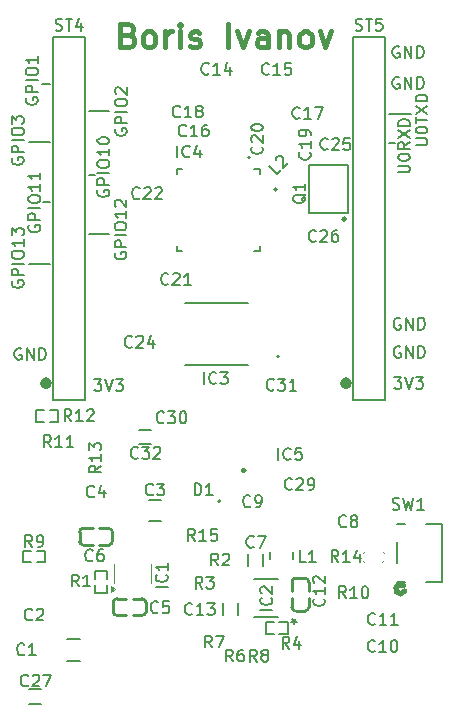
<source format=gbr>
%TF.GenerationSoftware,KiCad,Pcbnew,9.0.0*%
%TF.CreationDate,2025-04-24T13:45:02+03:00*%
%TF.ProjectId,ESP32_BOARD,45535033-325f-4424-9f41-52442e6b6963,1.0*%
%TF.SameCoordinates,Original*%
%TF.FileFunction,Legend,Top*%
%TF.FilePolarity,Positive*%
%FSLAX46Y46*%
G04 Gerber Fmt 4.6, Leading zero omitted, Abs format (unit mm)*
G04 Created by KiCad (PCBNEW 9.0.0) date 2025-04-24 13:45:02*
%MOMM*%
%LPD*%
G01*
G04 APERTURE LIST*
%ADD10C,0.160000*%
%ADD11C,0.100000*%
%ADD12C,0.400000*%
%ADD13C,0.200000*%
%ADD14C,0.152400*%
%ADD15C,0.127000*%
%ADD16C,0.152500*%
%ADD17C,0.264391*%
%ADD18C,0.120000*%
%ADD19C,0.250000*%
%ADD20C,0.254000*%
%ADD21C,0.076200*%
%ADD22C,0.508000*%
G04 APERTURE END LIST*
D10*
X84400000Y-99600000D02*
X86100000Y-99600000D01*
X79300000Y-102200000D02*
X81100000Y-102200000D01*
X109800000Y-102300000D02*
X110300000Y-102300000D01*
X84400000Y-110000000D02*
X86100000Y-110000000D01*
X109800000Y-99800000D02*
X111700000Y-99800000D01*
X81100000Y-112500000D02*
X79300000Y-112500000D01*
X84400000Y-105000000D02*
X84900000Y-105000000D01*
X81100000Y-97300000D02*
X80400000Y-97300000D01*
D11*
X80600000Y-107300000D02*
X80550000Y-107300000D01*
D10*
X81100000Y-107300000D02*
X80500000Y-107300000D01*
D12*
X87736014Y-93106819D02*
X88021728Y-93202057D01*
X88021728Y-93202057D02*
X88116966Y-93297295D01*
X88116966Y-93297295D02*
X88212204Y-93487771D01*
X88212204Y-93487771D02*
X88212204Y-93773485D01*
X88212204Y-93773485D02*
X88116966Y-93963961D01*
X88116966Y-93963961D02*
X88021728Y-94059200D01*
X88021728Y-94059200D02*
X87831252Y-94154438D01*
X87831252Y-94154438D02*
X87069347Y-94154438D01*
X87069347Y-94154438D02*
X87069347Y-92154438D01*
X87069347Y-92154438D02*
X87736014Y-92154438D01*
X87736014Y-92154438D02*
X87926490Y-92249676D01*
X87926490Y-92249676D02*
X88021728Y-92344914D01*
X88021728Y-92344914D02*
X88116966Y-92535390D01*
X88116966Y-92535390D02*
X88116966Y-92725866D01*
X88116966Y-92725866D02*
X88021728Y-92916342D01*
X88021728Y-92916342D02*
X87926490Y-93011580D01*
X87926490Y-93011580D02*
X87736014Y-93106819D01*
X87736014Y-93106819D02*
X87069347Y-93106819D01*
X89355061Y-94154438D02*
X89164585Y-94059200D01*
X89164585Y-94059200D02*
X89069347Y-93963961D01*
X89069347Y-93963961D02*
X88974109Y-93773485D01*
X88974109Y-93773485D02*
X88974109Y-93202057D01*
X88974109Y-93202057D02*
X89069347Y-93011580D01*
X89069347Y-93011580D02*
X89164585Y-92916342D01*
X89164585Y-92916342D02*
X89355061Y-92821104D01*
X89355061Y-92821104D02*
X89640776Y-92821104D01*
X89640776Y-92821104D02*
X89831252Y-92916342D01*
X89831252Y-92916342D02*
X89926490Y-93011580D01*
X89926490Y-93011580D02*
X90021728Y-93202057D01*
X90021728Y-93202057D02*
X90021728Y-93773485D01*
X90021728Y-93773485D02*
X89926490Y-93963961D01*
X89926490Y-93963961D02*
X89831252Y-94059200D01*
X89831252Y-94059200D02*
X89640776Y-94154438D01*
X89640776Y-94154438D02*
X89355061Y-94154438D01*
X90878871Y-94154438D02*
X90878871Y-92821104D01*
X90878871Y-93202057D02*
X90974109Y-93011580D01*
X90974109Y-93011580D02*
X91069347Y-92916342D01*
X91069347Y-92916342D02*
X91259823Y-92821104D01*
X91259823Y-92821104D02*
X91450300Y-92821104D01*
X92116966Y-94154438D02*
X92116966Y-92821104D01*
X92116966Y-92154438D02*
X92021728Y-92249676D01*
X92021728Y-92249676D02*
X92116966Y-92344914D01*
X92116966Y-92344914D02*
X92212204Y-92249676D01*
X92212204Y-92249676D02*
X92116966Y-92154438D01*
X92116966Y-92154438D02*
X92116966Y-92344914D01*
X92974109Y-94059200D02*
X93164585Y-94154438D01*
X93164585Y-94154438D02*
X93545537Y-94154438D01*
X93545537Y-94154438D02*
X93736014Y-94059200D01*
X93736014Y-94059200D02*
X93831252Y-93868723D01*
X93831252Y-93868723D02*
X93831252Y-93773485D01*
X93831252Y-93773485D02*
X93736014Y-93583009D01*
X93736014Y-93583009D02*
X93545537Y-93487771D01*
X93545537Y-93487771D02*
X93259823Y-93487771D01*
X93259823Y-93487771D02*
X93069347Y-93392533D01*
X93069347Y-93392533D02*
X92974109Y-93202057D01*
X92974109Y-93202057D02*
X92974109Y-93106819D01*
X92974109Y-93106819D02*
X93069347Y-92916342D01*
X93069347Y-92916342D02*
X93259823Y-92821104D01*
X93259823Y-92821104D02*
X93545537Y-92821104D01*
X93545537Y-92821104D02*
X93736014Y-92916342D01*
X96212205Y-94154438D02*
X96212205Y-92154438D01*
X96974110Y-92821104D02*
X97450300Y-94154438D01*
X97450300Y-94154438D02*
X97926491Y-92821104D01*
X99545539Y-94154438D02*
X99545539Y-93106819D01*
X99545539Y-93106819D02*
X99450301Y-92916342D01*
X99450301Y-92916342D02*
X99259825Y-92821104D01*
X99259825Y-92821104D02*
X98878872Y-92821104D01*
X98878872Y-92821104D02*
X98688396Y-92916342D01*
X99545539Y-94059200D02*
X99355063Y-94154438D01*
X99355063Y-94154438D02*
X98878872Y-94154438D01*
X98878872Y-94154438D02*
X98688396Y-94059200D01*
X98688396Y-94059200D02*
X98593158Y-93868723D01*
X98593158Y-93868723D02*
X98593158Y-93678247D01*
X98593158Y-93678247D02*
X98688396Y-93487771D01*
X98688396Y-93487771D02*
X98878872Y-93392533D01*
X98878872Y-93392533D02*
X99355063Y-93392533D01*
X99355063Y-93392533D02*
X99545539Y-93297295D01*
X100497920Y-92821104D02*
X100497920Y-94154438D01*
X100497920Y-93011580D02*
X100593158Y-92916342D01*
X100593158Y-92916342D02*
X100783634Y-92821104D01*
X100783634Y-92821104D02*
X101069349Y-92821104D01*
X101069349Y-92821104D02*
X101259825Y-92916342D01*
X101259825Y-92916342D02*
X101355063Y-93106819D01*
X101355063Y-93106819D02*
X101355063Y-94154438D01*
X102593158Y-94154438D02*
X102402682Y-94059200D01*
X102402682Y-94059200D02*
X102307444Y-93963961D01*
X102307444Y-93963961D02*
X102212206Y-93773485D01*
X102212206Y-93773485D02*
X102212206Y-93202057D01*
X102212206Y-93202057D02*
X102307444Y-93011580D01*
X102307444Y-93011580D02*
X102402682Y-92916342D01*
X102402682Y-92916342D02*
X102593158Y-92821104D01*
X102593158Y-92821104D02*
X102878873Y-92821104D01*
X102878873Y-92821104D02*
X103069349Y-92916342D01*
X103069349Y-92916342D02*
X103164587Y-93011580D01*
X103164587Y-93011580D02*
X103259825Y-93202057D01*
X103259825Y-93202057D02*
X103259825Y-93773485D01*
X103259825Y-93773485D02*
X103164587Y-93963961D01*
X103164587Y-93963961D02*
X103069349Y-94059200D01*
X103069349Y-94059200D02*
X102878873Y-94154438D01*
X102878873Y-94154438D02*
X102593158Y-94154438D01*
X103926492Y-92821104D02*
X104402682Y-94154438D01*
X104402682Y-94154438D02*
X104878873Y-92821104D01*
D10*
X86626918Y-111552832D02*
X86579299Y-111648070D01*
X86579299Y-111648070D02*
X86579299Y-111790927D01*
X86579299Y-111790927D02*
X86626918Y-111933784D01*
X86626918Y-111933784D02*
X86722156Y-112029022D01*
X86722156Y-112029022D02*
X86817394Y-112076641D01*
X86817394Y-112076641D02*
X87007870Y-112124260D01*
X87007870Y-112124260D02*
X87150727Y-112124260D01*
X87150727Y-112124260D02*
X87341203Y-112076641D01*
X87341203Y-112076641D02*
X87436441Y-112029022D01*
X87436441Y-112029022D02*
X87531680Y-111933784D01*
X87531680Y-111933784D02*
X87579299Y-111790927D01*
X87579299Y-111790927D02*
X87579299Y-111695689D01*
X87579299Y-111695689D02*
X87531680Y-111552832D01*
X87531680Y-111552832D02*
X87484060Y-111505213D01*
X87484060Y-111505213D02*
X87150727Y-111505213D01*
X87150727Y-111505213D02*
X87150727Y-111695689D01*
X87579299Y-111076641D02*
X86579299Y-111076641D01*
X86579299Y-111076641D02*
X86579299Y-110695689D01*
X86579299Y-110695689D02*
X86626918Y-110600451D01*
X86626918Y-110600451D02*
X86674537Y-110552832D01*
X86674537Y-110552832D02*
X86769775Y-110505213D01*
X86769775Y-110505213D02*
X86912632Y-110505213D01*
X86912632Y-110505213D02*
X87007870Y-110552832D01*
X87007870Y-110552832D02*
X87055489Y-110600451D01*
X87055489Y-110600451D02*
X87103108Y-110695689D01*
X87103108Y-110695689D02*
X87103108Y-111076641D01*
X87579299Y-110076641D02*
X86579299Y-110076641D01*
X86579299Y-109409975D02*
X86579299Y-109219499D01*
X86579299Y-109219499D02*
X86626918Y-109124261D01*
X86626918Y-109124261D02*
X86722156Y-109029023D01*
X86722156Y-109029023D02*
X86912632Y-108981404D01*
X86912632Y-108981404D02*
X87245965Y-108981404D01*
X87245965Y-108981404D02*
X87436441Y-109029023D01*
X87436441Y-109029023D02*
X87531680Y-109124261D01*
X87531680Y-109124261D02*
X87579299Y-109219499D01*
X87579299Y-109219499D02*
X87579299Y-109409975D01*
X87579299Y-109409975D02*
X87531680Y-109505213D01*
X87531680Y-109505213D02*
X87436441Y-109600451D01*
X87436441Y-109600451D02*
X87245965Y-109648070D01*
X87245965Y-109648070D02*
X86912632Y-109648070D01*
X86912632Y-109648070D02*
X86722156Y-109600451D01*
X86722156Y-109600451D02*
X86626918Y-109505213D01*
X86626918Y-109505213D02*
X86579299Y-109409975D01*
X87579299Y-108029023D02*
X87579299Y-108600451D01*
X87579299Y-108314737D02*
X86579299Y-108314737D01*
X86579299Y-108314737D02*
X86722156Y-108409975D01*
X86722156Y-108409975D02*
X86817394Y-108505213D01*
X86817394Y-108505213D02*
X86865013Y-108600451D01*
X86674537Y-107648070D02*
X86626918Y-107600451D01*
X86626918Y-107600451D02*
X86579299Y-107505213D01*
X86579299Y-107505213D02*
X86579299Y-107267118D01*
X86579299Y-107267118D02*
X86626918Y-107171880D01*
X86626918Y-107171880D02*
X86674537Y-107124261D01*
X86674537Y-107124261D02*
X86769775Y-107076642D01*
X86769775Y-107076642D02*
X86865013Y-107076642D01*
X86865013Y-107076642D02*
X87007870Y-107124261D01*
X87007870Y-107124261D02*
X87579299Y-107695689D01*
X87579299Y-107695689D02*
X87579299Y-107076642D01*
X110248120Y-122069299D02*
X110867167Y-122069299D01*
X110867167Y-122069299D02*
X110533834Y-122450251D01*
X110533834Y-122450251D02*
X110676691Y-122450251D01*
X110676691Y-122450251D02*
X110771929Y-122497870D01*
X110771929Y-122497870D02*
X110819548Y-122545489D01*
X110819548Y-122545489D02*
X110867167Y-122640727D01*
X110867167Y-122640727D02*
X110867167Y-122878822D01*
X110867167Y-122878822D02*
X110819548Y-122974060D01*
X110819548Y-122974060D02*
X110771929Y-123021680D01*
X110771929Y-123021680D02*
X110676691Y-123069299D01*
X110676691Y-123069299D02*
X110390977Y-123069299D01*
X110390977Y-123069299D02*
X110295739Y-123021680D01*
X110295739Y-123021680D02*
X110248120Y-122974060D01*
X111152882Y-122069299D02*
X111486215Y-123069299D01*
X111486215Y-123069299D02*
X111819548Y-122069299D01*
X112057644Y-122069299D02*
X112676691Y-122069299D01*
X112676691Y-122069299D02*
X112343358Y-122450251D01*
X112343358Y-122450251D02*
X112486215Y-122450251D01*
X112486215Y-122450251D02*
X112581453Y-122497870D01*
X112581453Y-122497870D02*
X112629072Y-122545489D01*
X112629072Y-122545489D02*
X112676691Y-122640727D01*
X112676691Y-122640727D02*
X112676691Y-122878822D01*
X112676691Y-122878822D02*
X112629072Y-122974060D01*
X112629072Y-122974060D02*
X112581453Y-123021680D01*
X112581453Y-123021680D02*
X112486215Y-123069299D01*
X112486215Y-123069299D02*
X112200501Y-123069299D01*
X112200501Y-123069299D02*
X112105263Y-123021680D01*
X112105263Y-123021680D02*
X112057644Y-122974060D01*
X79116918Y-98452832D02*
X79069299Y-98548070D01*
X79069299Y-98548070D02*
X79069299Y-98690927D01*
X79069299Y-98690927D02*
X79116918Y-98833784D01*
X79116918Y-98833784D02*
X79212156Y-98929022D01*
X79212156Y-98929022D02*
X79307394Y-98976641D01*
X79307394Y-98976641D02*
X79497870Y-99024260D01*
X79497870Y-99024260D02*
X79640727Y-99024260D01*
X79640727Y-99024260D02*
X79831203Y-98976641D01*
X79831203Y-98976641D02*
X79926441Y-98929022D01*
X79926441Y-98929022D02*
X80021680Y-98833784D01*
X80021680Y-98833784D02*
X80069299Y-98690927D01*
X80069299Y-98690927D02*
X80069299Y-98595689D01*
X80069299Y-98595689D02*
X80021680Y-98452832D01*
X80021680Y-98452832D02*
X79974060Y-98405213D01*
X79974060Y-98405213D02*
X79640727Y-98405213D01*
X79640727Y-98405213D02*
X79640727Y-98595689D01*
X80069299Y-97976641D02*
X79069299Y-97976641D01*
X79069299Y-97976641D02*
X79069299Y-97595689D01*
X79069299Y-97595689D02*
X79116918Y-97500451D01*
X79116918Y-97500451D02*
X79164537Y-97452832D01*
X79164537Y-97452832D02*
X79259775Y-97405213D01*
X79259775Y-97405213D02*
X79402632Y-97405213D01*
X79402632Y-97405213D02*
X79497870Y-97452832D01*
X79497870Y-97452832D02*
X79545489Y-97500451D01*
X79545489Y-97500451D02*
X79593108Y-97595689D01*
X79593108Y-97595689D02*
X79593108Y-97976641D01*
X80069299Y-96976641D02*
X79069299Y-96976641D01*
X79069299Y-96309975D02*
X79069299Y-96119499D01*
X79069299Y-96119499D02*
X79116918Y-96024261D01*
X79116918Y-96024261D02*
X79212156Y-95929023D01*
X79212156Y-95929023D02*
X79402632Y-95881404D01*
X79402632Y-95881404D02*
X79735965Y-95881404D01*
X79735965Y-95881404D02*
X79926441Y-95929023D01*
X79926441Y-95929023D02*
X80021680Y-96024261D01*
X80021680Y-96024261D02*
X80069299Y-96119499D01*
X80069299Y-96119499D02*
X80069299Y-96309975D01*
X80069299Y-96309975D02*
X80021680Y-96405213D01*
X80021680Y-96405213D02*
X79926441Y-96500451D01*
X79926441Y-96500451D02*
X79735965Y-96548070D01*
X79735965Y-96548070D02*
X79402632Y-96548070D01*
X79402632Y-96548070D02*
X79212156Y-96500451D01*
X79212156Y-96500451D02*
X79116918Y-96405213D01*
X79116918Y-96405213D02*
X79069299Y-96309975D01*
X80069299Y-94929023D02*
X80069299Y-95500451D01*
X80069299Y-95214737D02*
X79069299Y-95214737D01*
X79069299Y-95214737D02*
X79212156Y-95309975D01*
X79212156Y-95309975D02*
X79307394Y-95405213D01*
X79307394Y-95405213D02*
X79355013Y-95500451D01*
X110767167Y-119516918D02*
X110671929Y-119469299D01*
X110671929Y-119469299D02*
X110529072Y-119469299D01*
X110529072Y-119469299D02*
X110386215Y-119516918D01*
X110386215Y-119516918D02*
X110290977Y-119612156D01*
X110290977Y-119612156D02*
X110243358Y-119707394D01*
X110243358Y-119707394D02*
X110195739Y-119897870D01*
X110195739Y-119897870D02*
X110195739Y-120040727D01*
X110195739Y-120040727D02*
X110243358Y-120231203D01*
X110243358Y-120231203D02*
X110290977Y-120326441D01*
X110290977Y-120326441D02*
X110386215Y-120421680D01*
X110386215Y-120421680D02*
X110529072Y-120469299D01*
X110529072Y-120469299D02*
X110624310Y-120469299D01*
X110624310Y-120469299D02*
X110767167Y-120421680D01*
X110767167Y-120421680D02*
X110814786Y-120374060D01*
X110814786Y-120374060D02*
X110814786Y-120040727D01*
X110814786Y-120040727D02*
X110624310Y-120040727D01*
X111243358Y-120469299D02*
X111243358Y-119469299D01*
X111243358Y-119469299D02*
X111814786Y-120469299D01*
X111814786Y-120469299D02*
X111814786Y-119469299D01*
X112290977Y-120469299D02*
X112290977Y-119469299D01*
X112290977Y-119469299D02*
X112529072Y-119469299D01*
X112529072Y-119469299D02*
X112671929Y-119516918D01*
X112671929Y-119516918D02*
X112767167Y-119612156D01*
X112767167Y-119612156D02*
X112814786Y-119707394D01*
X112814786Y-119707394D02*
X112862405Y-119897870D01*
X112862405Y-119897870D02*
X112862405Y-120040727D01*
X112862405Y-120040727D02*
X112814786Y-120231203D01*
X112814786Y-120231203D02*
X112767167Y-120326441D01*
X112767167Y-120326441D02*
X112671929Y-120421680D01*
X112671929Y-120421680D02*
X112529072Y-120469299D01*
X112529072Y-120469299D02*
X112290977Y-120469299D01*
X110569299Y-104756641D02*
X111378822Y-104756641D01*
X111378822Y-104756641D02*
X111474060Y-104709022D01*
X111474060Y-104709022D02*
X111521680Y-104661403D01*
X111521680Y-104661403D02*
X111569299Y-104566165D01*
X111569299Y-104566165D02*
X111569299Y-104375689D01*
X111569299Y-104375689D02*
X111521680Y-104280451D01*
X111521680Y-104280451D02*
X111474060Y-104232832D01*
X111474060Y-104232832D02*
X111378822Y-104185213D01*
X111378822Y-104185213D02*
X110569299Y-104185213D01*
X110569299Y-103518546D02*
X110569299Y-103423308D01*
X110569299Y-103423308D02*
X110616918Y-103328070D01*
X110616918Y-103328070D02*
X110664537Y-103280451D01*
X110664537Y-103280451D02*
X110759775Y-103232832D01*
X110759775Y-103232832D02*
X110950251Y-103185213D01*
X110950251Y-103185213D02*
X111188346Y-103185213D01*
X111188346Y-103185213D02*
X111378822Y-103232832D01*
X111378822Y-103232832D02*
X111474060Y-103280451D01*
X111474060Y-103280451D02*
X111521680Y-103328070D01*
X111521680Y-103328070D02*
X111569299Y-103423308D01*
X111569299Y-103423308D02*
X111569299Y-103518546D01*
X111569299Y-103518546D02*
X111521680Y-103613784D01*
X111521680Y-103613784D02*
X111474060Y-103661403D01*
X111474060Y-103661403D02*
X111378822Y-103709022D01*
X111378822Y-103709022D02*
X111188346Y-103756641D01*
X111188346Y-103756641D02*
X110950251Y-103756641D01*
X110950251Y-103756641D02*
X110759775Y-103709022D01*
X110759775Y-103709022D02*
X110664537Y-103661403D01*
X110664537Y-103661403D02*
X110616918Y-103613784D01*
X110616918Y-103613784D02*
X110569299Y-103518546D01*
X111569299Y-102185213D02*
X111093108Y-102518546D01*
X111569299Y-102756641D02*
X110569299Y-102756641D01*
X110569299Y-102756641D02*
X110569299Y-102375689D01*
X110569299Y-102375689D02*
X110616918Y-102280451D01*
X110616918Y-102280451D02*
X110664537Y-102232832D01*
X110664537Y-102232832D02*
X110759775Y-102185213D01*
X110759775Y-102185213D02*
X110902632Y-102185213D01*
X110902632Y-102185213D02*
X110997870Y-102232832D01*
X110997870Y-102232832D02*
X111045489Y-102280451D01*
X111045489Y-102280451D02*
X111093108Y-102375689D01*
X111093108Y-102375689D02*
X111093108Y-102756641D01*
X110569299Y-101851879D02*
X111569299Y-101185213D01*
X110569299Y-101185213D02*
X111569299Y-101851879D01*
X111569299Y-100804260D02*
X110569299Y-100804260D01*
X110569299Y-100804260D02*
X110569299Y-100566165D01*
X110569299Y-100566165D02*
X110616918Y-100423308D01*
X110616918Y-100423308D02*
X110712156Y-100328070D01*
X110712156Y-100328070D02*
X110807394Y-100280451D01*
X110807394Y-100280451D02*
X110997870Y-100232832D01*
X110997870Y-100232832D02*
X111140727Y-100232832D01*
X111140727Y-100232832D02*
X111331203Y-100280451D01*
X111331203Y-100280451D02*
X111426441Y-100328070D01*
X111426441Y-100328070D02*
X111521680Y-100423308D01*
X111521680Y-100423308D02*
X111569299Y-100566165D01*
X111569299Y-100566165D02*
X111569299Y-100804260D01*
X77916918Y-103532832D02*
X77869299Y-103628070D01*
X77869299Y-103628070D02*
X77869299Y-103770927D01*
X77869299Y-103770927D02*
X77916918Y-103913784D01*
X77916918Y-103913784D02*
X78012156Y-104009022D01*
X78012156Y-104009022D02*
X78107394Y-104056641D01*
X78107394Y-104056641D02*
X78297870Y-104104260D01*
X78297870Y-104104260D02*
X78440727Y-104104260D01*
X78440727Y-104104260D02*
X78631203Y-104056641D01*
X78631203Y-104056641D02*
X78726441Y-104009022D01*
X78726441Y-104009022D02*
X78821680Y-103913784D01*
X78821680Y-103913784D02*
X78869299Y-103770927D01*
X78869299Y-103770927D02*
X78869299Y-103675689D01*
X78869299Y-103675689D02*
X78821680Y-103532832D01*
X78821680Y-103532832D02*
X78774060Y-103485213D01*
X78774060Y-103485213D02*
X78440727Y-103485213D01*
X78440727Y-103485213D02*
X78440727Y-103675689D01*
X78869299Y-103056641D02*
X77869299Y-103056641D01*
X77869299Y-103056641D02*
X77869299Y-102675689D01*
X77869299Y-102675689D02*
X77916918Y-102580451D01*
X77916918Y-102580451D02*
X77964537Y-102532832D01*
X77964537Y-102532832D02*
X78059775Y-102485213D01*
X78059775Y-102485213D02*
X78202632Y-102485213D01*
X78202632Y-102485213D02*
X78297870Y-102532832D01*
X78297870Y-102532832D02*
X78345489Y-102580451D01*
X78345489Y-102580451D02*
X78393108Y-102675689D01*
X78393108Y-102675689D02*
X78393108Y-103056641D01*
X78869299Y-102056641D02*
X77869299Y-102056641D01*
X77869299Y-101389975D02*
X77869299Y-101199499D01*
X77869299Y-101199499D02*
X77916918Y-101104261D01*
X77916918Y-101104261D02*
X78012156Y-101009023D01*
X78012156Y-101009023D02*
X78202632Y-100961404D01*
X78202632Y-100961404D02*
X78535965Y-100961404D01*
X78535965Y-100961404D02*
X78726441Y-101009023D01*
X78726441Y-101009023D02*
X78821680Y-101104261D01*
X78821680Y-101104261D02*
X78869299Y-101199499D01*
X78869299Y-101199499D02*
X78869299Y-101389975D01*
X78869299Y-101389975D02*
X78821680Y-101485213D01*
X78821680Y-101485213D02*
X78726441Y-101580451D01*
X78726441Y-101580451D02*
X78535965Y-101628070D01*
X78535965Y-101628070D02*
X78202632Y-101628070D01*
X78202632Y-101628070D02*
X78012156Y-101580451D01*
X78012156Y-101580451D02*
X77916918Y-101485213D01*
X77916918Y-101485213D02*
X77869299Y-101389975D01*
X77869299Y-100628070D02*
X77869299Y-100009023D01*
X77869299Y-100009023D02*
X78250251Y-100342356D01*
X78250251Y-100342356D02*
X78250251Y-100199499D01*
X78250251Y-100199499D02*
X78297870Y-100104261D01*
X78297870Y-100104261D02*
X78345489Y-100056642D01*
X78345489Y-100056642D02*
X78440727Y-100009023D01*
X78440727Y-100009023D02*
X78678822Y-100009023D01*
X78678822Y-100009023D02*
X78774060Y-100056642D01*
X78774060Y-100056642D02*
X78821680Y-100104261D01*
X78821680Y-100104261D02*
X78869299Y-100199499D01*
X78869299Y-100199499D02*
X78869299Y-100485213D01*
X78869299Y-100485213D02*
X78821680Y-100580451D01*
X78821680Y-100580451D02*
X78774060Y-100628070D01*
X110667167Y-96716918D02*
X110571929Y-96669299D01*
X110571929Y-96669299D02*
X110429072Y-96669299D01*
X110429072Y-96669299D02*
X110286215Y-96716918D01*
X110286215Y-96716918D02*
X110190977Y-96812156D01*
X110190977Y-96812156D02*
X110143358Y-96907394D01*
X110143358Y-96907394D02*
X110095739Y-97097870D01*
X110095739Y-97097870D02*
X110095739Y-97240727D01*
X110095739Y-97240727D02*
X110143358Y-97431203D01*
X110143358Y-97431203D02*
X110190977Y-97526441D01*
X110190977Y-97526441D02*
X110286215Y-97621680D01*
X110286215Y-97621680D02*
X110429072Y-97669299D01*
X110429072Y-97669299D02*
X110524310Y-97669299D01*
X110524310Y-97669299D02*
X110667167Y-97621680D01*
X110667167Y-97621680D02*
X110714786Y-97574060D01*
X110714786Y-97574060D02*
X110714786Y-97240727D01*
X110714786Y-97240727D02*
X110524310Y-97240727D01*
X111143358Y-97669299D02*
X111143358Y-96669299D01*
X111143358Y-96669299D02*
X111714786Y-97669299D01*
X111714786Y-97669299D02*
X111714786Y-96669299D01*
X112190977Y-97669299D02*
X112190977Y-96669299D01*
X112190977Y-96669299D02*
X112429072Y-96669299D01*
X112429072Y-96669299D02*
X112571929Y-96716918D01*
X112571929Y-96716918D02*
X112667167Y-96812156D01*
X112667167Y-96812156D02*
X112714786Y-96907394D01*
X112714786Y-96907394D02*
X112762405Y-97097870D01*
X112762405Y-97097870D02*
X112762405Y-97240727D01*
X112762405Y-97240727D02*
X112714786Y-97431203D01*
X112714786Y-97431203D02*
X112667167Y-97526441D01*
X112667167Y-97526441D02*
X112571929Y-97621680D01*
X112571929Y-97621680D02*
X112429072Y-97669299D01*
X112429072Y-97669299D02*
X112190977Y-97669299D01*
X86656918Y-101082832D02*
X86609299Y-101178070D01*
X86609299Y-101178070D02*
X86609299Y-101320927D01*
X86609299Y-101320927D02*
X86656918Y-101463784D01*
X86656918Y-101463784D02*
X86752156Y-101559022D01*
X86752156Y-101559022D02*
X86847394Y-101606641D01*
X86847394Y-101606641D02*
X87037870Y-101654260D01*
X87037870Y-101654260D02*
X87180727Y-101654260D01*
X87180727Y-101654260D02*
X87371203Y-101606641D01*
X87371203Y-101606641D02*
X87466441Y-101559022D01*
X87466441Y-101559022D02*
X87561680Y-101463784D01*
X87561680Y-101463784D02*
X87609299Y-101320927D01*
X87609299Y-101320927D02*
X87609299Y-101225689D01*
X87609299Y-101225689D02*
X87561680Y-101082832D01*
X87561680Y-101082832D02*
X87514060Y-101035213D01*
X87514060Y-101035213D02*
X87180727Y-101035213D01*
X87180727Y-101035213D02*
X87180727Y-101225689D01*
X87609299Y-100606641D02*
X86609299Y-100606641D01*
X86609299Y-100606641D02*
X86609299Y-100225689D01*
X86609299Y-100225689D02*
X86656918Y-100130451D01*
X86656918Y-100130451D02*
X86704537Y-100082832D01*
X86704537Y-100082832D02*
X86799775Y-100035213D01*
X86799775Y-100035213D02*
X86942632Y-100035213D01*
X86942632Y-100035213D02*
X87037870Y-100082832D01*
X87037870Y-100082832D02*
X87085489Y-100130451D01*
X87085489Y-100130451D02*
X87133108Y-100225689D01*
X87133108Y-100225689D02*
X87133108Y-100606641D01*
X87609299Y-99606641D02*
X86609299Y-99606641D01*
X86609299Y-98939975D02*
X86609299Y-98749499D01*
X86609299Y-98749499D02*
X86656918Y-98654261D01*
X86656918Y-98654261D02*
X86752156Y-98559023D01*
X86752156Y-98559023D02*
X86942632Y-98511404D01*
X86942632Y-98511404D02*
X87275965Y-98511404D01*
X87275965Y-98511404D02*
X87466441Y-98559023D01*
X87466441Y-98559023D02*
X87561680Y-98654261D01*
X87561680Y-98654261D02*
X87609299Y-98749499D01*
X87609299Y-98749499D02*
X87609299Y-98939975D01*
X87609299Y-98939975D02*
X87561680Y-99035213D01*
X87561680Y-99035213D02*
X87466441Y-99130451D01*
X87466441Y-99130451D02*
X87275965Y-99178070D01*
X87275965Y-99178070D02*
X86942632Y-99178070D01*
X86942632Y-99178070D02*
X86752156Y-99130451D01*
X86752156Y-99130451D02*
X86656918Y-99035213D01*
X86656918Y-99035213D02*
X86609299Y-98939975D01*
X86704537Y-98130451D02*
X86656918Y-98082832D01*
X86656918Y-98082832D02*
X86609299Y-97987594D01*
X86609299Y-97987594D02*
X86609299Y-97749499D01*
X86609299Y-97749499D02*
X86656918Y-97654261D01*
X86656918Y-97654261D02*
X86704537Y-97606642D01*
X86704537Y-97606642D02*
X86799775Y-97559023D01*
X86799775Y-97559023D02*
X86895013Y-97559023D01*
X86895013Y-97559023D02*
X87037870Y-97606642D01*
X87037870Y-97606642D02*
X87609299Y-98178070D01*
X87609299Y-98178070D02*
X87609299Y-97559023D01*
X85166918Y-106272832D02*
X85119299Y-106368070D01*
X85119299Y-106368070D02*
X85119299Y-106510927D01*
X85119299Y-106510927D02*
X85166918Y-106653784D01*
X85166918Y-106653784D02*
X85262156Y-106749022D01*
X85262156Y-106749022D02*
X85357394Y-106796641D01*
X85357394Y-106796641D02*
X85547870Y-106844260D01*
X85547870Y-106844260D02*
X85690727Y-106844260D01*
X85690727Y-106844260D02*
X85881203Y-106796641D01*
X85881203Y-106796641D02*
X85976441Y-106749022D01*
X85976441Y-106749022D02*
X86071680Y-106653784D01*
X86071680Y-106653784D02*
X86119299Y-106510927D01*
X86119299Y-106510927D02*
X86119299Y-106415689D01*
X86119299Y-106415689D02*
X86071680Y-106272832D01*
X86071680Y-106272832D02*
X86024060Y-106225213D01*
X86024060Y-106225213D02*
X85690727Y-106225213D01*
X85690727Y-106225213D02*
X85690727Y-106415689D01*
X86119299Y-105796641D02*
X85119299Y-105796641D01*
X85119299Y-105796641D02*
X85119299Y-105415689D01*
X85119299Y-105415689D02*
X85166918Y-105320451D01*
X85166918Y-105320451D02*
X85214537Y-105272832D01*
X85214537Y-105272832D02*
X85309775Y-105225213D01*
X85309775Y-105225213D02*
X85452632Y-105225213D01*
X85452632Y-105225213D02*
X85547870Y-105272832D01*
X85547870Y-105272832D02*
X85595489Y-105320451D01*
X85595489Y-105320451D02*
X85643108Y-105415689D01*
X85643108Y-105415689D02*
X85643108Y-105796641D01*
X86119299Y-104796641D02*
X85119299Y-104796641D01*
X85119299Y-104129975D02*
X85119299Y-103939499D01*
X85119299Y-103939499D02*
X85166918Y-103844261D01*
X85166918Y-103844261D02*
X85262156Y-103749023D01*
X85262156Y-103749023D02*
X85452632Y-103701404D01*
X85452632Y-103701404D02*
X85785965Y-103701404D01*
X85785965Y-103701404D02*
X85976441Y-103749023D01*
X85976441Y-103749023D02*
X86071680Y-103844261D01*
X86071680Y-103844261D02*
X86119299Y-103939499D01*
X86119299Y-103939499D02*
X86119299Y-104129975D01*
X86119299Y-104129975D02*
X86071680Y-104225213D01*
X86071680Y-104225213D02*
X85976441Y-104320451D01*
X85976441Y-104320451D02*
X85785965Y-104368070D01*
X85785965Y-104368070D02*
X85452632Y-104368070D01*
X85452632Y-104368070D02*
X85262156Y-104320451D01*
X85262156Y-104320451D02*
X85166918Y-104225213D01*
X85166918Y-104225213D02*
X85119299Y-104129975D01*
X86119299Y-102749023D02*
X86119299Y-103320451D01*
X86119299Y-103034737D02*
X85119299Y-103034737D01*
X85119299Y-103034737D02*
X85262156Y-103129975D01*
X85262156Y-103129975D02*
X85357394Y-103225213D01*
X85357394Y-103225213D02*
X85405013Y-103320451D01*
X85119299Y-102129975D02*
X85119299Y-102034737D01*
X85119299Y-102034737D02*
X85166918Y-101939499D01*
X85166918Y-101939499D02*
X85214537Y-101891880D01*
X85214537Y-101891880D02*
X85309775Y-101844261D01*
X85309775Y-101844261D02*
X85500251Y-101796642D01*
X85500251Y-101796642D02*
X85738346Y-101796642D01*
X85738346Y-101796642D02*
X85928822Y-101844261D01*
X85928822Y-101844261D02*
X86024060Y-101891880D01*
X86024060Y-101891880D02*
X86071680Y-101939499D01*
X86071680Y-101939499D02*
X86119299Y-102034737D01*
X86119299Y-102034737D02*
X86119299Y-102129975D01*
X86119299Y-102129975D02*
X86071680Y-102225213D01*
X86071680Y-102225213D02*
X86024060Y-102272832D01*
X86024060Y-102272832D02*
X85928822Y-102320451D01*
X85928822Y-102320451D02*
X85738346Y-102368070D01*
X85738346Y-102368070D02*
X85500251Y-102368070D01*
X85500251Y-102368070D02*
X85309775Y-102320451D01*
X85309775Y-102320451D02*
X85214537Y-102272832D01*
X85214537Y-102272832D02*
X85166918Y-102225213D01*
X85166918Y-102225213D02*
X85119299Y-102129975D01*
X77916918Y-113952832D02*
X77869299Y-114048070D01*
X77869299Y-114048070D02*
X77869299Y-114190927D01*
X77869299Y-114190927D02*
X77916918Y-114333784D01*
X77916918Y-114333784D02*
X78012156Y-114429022D01*
X78012156Y-114429022D02*
X78107394Y-114476641D01*
X78107394Y-114476641D02*
X78297870Y-114524260D01*
X78297870Y-114524260D02*
X78440727Y-114524260D01*
X78440727Y-114524260D02*
X78631203Y-114476641D01*
X78631203Y-114476641D02*
X78726441Y-114429022D01*
X78726441Y-114429022D02*
X78821680Y-114333784D01*
X78821680Y-114333784D02*
X78869299Y-114190927D01*
X78869299Y-114190927D02*
X78869299Y-114095689D01*
X78869299Y-114095689D02*
X78821680Y-113952832D01*
X78821680Y-113952832D02*
X78774060Y-113905213D01*
X78774060Y-113905213D02*
X78440727Y-113905213D01*
X78440727Y-113905213D02*
X78440727Y-114095689D01*
X78869299Y-113476641D02*
X77869299Y-113476641D01*
X77869299Y-113476641D02*
X77869299Y-113095689D01*
X77869299Y-113095689D02*
X77916918Y-113000451D01*
X77916918Y-113000451D02*
X77964537Y-112952832D01*
X77964537Y-112952832D02*
X78059775Y-112905213D01*
X78059775Y-112905213D02*
X78202632Y-112905213D01*
X78202632Y-112905213D02*
X78297870Y-112952832D01*
X78297870Y-112952832D02*
X78345489Y-113000451D01*
X78345489Y-113000451D02*
X78393108Y-113095689D01*
X78393108Y-113095689D02*
X78393108Y-113476641D01*
X78869299Y-112476641D02*
X77869299Y-112476641D01*
X77869299Y-111809975D02*
X77869299Y-111619499D01*
X77869299Y-111619499D02*
X77916918Y-111524261D01*
X77916918Y-111524261D02*
X78012156Y-111429023D01*
X78012156Y-111429023D02*
X78202632Y-111381404D01*
X78202632Y-111381404D02*
X78535965Y-111381404D01*
X78535965Y-111381404D02*
X78726441Y-111429023D01*
X78726441Y-111429023D02*
X78821680Y-111524261D01*
X78821680Y-111524261D02*
X78869299Y-111619499D01*
X78869299Y-111619499D02*
X78869299Y-111809975D01*
X78869299Y-111809975D02*
X78821680Y-111905213D01*
X78821680Y-111905213D02*
X78726441Y-112000451D01*
X78726441Y-112000451D02*
X78535965Y-112048070D01*
X78535965Y-112048070D02*
X78202632Y-112048070D01*
X78202632Y-112048070D02*
X78012156Y-112000451D01*
X78012156Y-112000451D02*
X77916918Y-111905213D01*
X77916918Y-111905213D02*
X77869299Y-111809975D01*
X78869299Y-110429023D02*
X78869299Y-111000451D01*
X78869299Y-110714737D02*
X77869299Y-110714737D01*
X77869299Y-110714737D02*
X78012156Y-110809975D01*
X78012156Y-110809975D02*
X78107394Y-110905213D01*
X78107394Y-110905213D02*
X78155013Y-111000451D01*
X77869299Y-110095689D02*
X77869299Y-109476642D01*
X77869299Y-109476642D02*
X78250251Y-109809975D01*
X78250251Y-109809975D02*
X78250251Y-109667118D01*
X78250251Y-109667118D02*
X78297870Y-109571880D01*
X78297870Y-109571880D02*
X78345489Y-109524261D01*
X78345489Y-109524261D02*
X78440727Y-109476642D01*
X78440727Y-109476642D02*
X78678822Y-109476642D01*
X78678822Y-109476642D02*
X78774060Y-109524261D01*
X78774060Y-109524261D02*
X78821680Y-109571880D01*
X78821680Y-109571880D02*
X78869299Y-109667118D01*
X78869299Y-109667118D02*
X78869299Y-109952832D01*
X78869299Y-109952832D02*
X78821680Y-110048070D01*
X78821680Y-110048070D02*
X78774060Y-110095689D01*
X110767167Y-117116918D02*
X110671929Y-117069299D01*
X110671929Y-117069299D02*
X110529072Y-117069299D01*
X110529072Y-117069299D02*
X110386215Y-117116918D01*
X110386215Y-117116918D02*
X110290977Y-117212156D01*
X110290977Y-117212156D02*
X110243358Y-117307394D01*
X110243358Y-117307394D02*
X110195739Y-117497870D01*
X110195739Y-117497870D02*
X110195739Y-117640727D01*
X110195739Y-117640727D02*
X110243358Y-117831203D01*
X110243358Y-117831203D02*
X110290977Y-117926441D01*
X110290977Y-117926441D02*
X110386215Y-118021680D01*
X110386215Y-118021680D02*
X110529072Y-118069299D01*
X110529072Y-118069299D02*
X110624310Y-118069299D01*
X110624310Y-118069299D02*
X110767167Y-118021680D01*
X110767167Y-118021680D02*
X110814786Y-117974060D01*
X110814786Y-117974060D02*
X110814786Y-117640727D01*
X110814786Y-117640727D02*
X110624310Y-117640727D01*
X111243358Y-118069299D02*
X111243358Y-117069299D01*
X111243358Y-117069299D02*
X111814786Y-118069299D01*
X111814786Y-118069299D02*
X111814786Y-117069299D01*
X112290977Y-118069299D02*
X112290977Y-117069299D01*
X112290977Y-117069299D02*
X112529072Y-117069299D01*
X112529072Y-117069299D02*
X112671929Y-117116918D01*
X112671929Y-117116918D02*
X112767167Y-117212156D01*
X112767167Y-117212156D02*
X112814786Y-117307394D01*
X112814786Y-117307394D02*
X112862405Y-117497870D01*
X112862405Y-117497870D02*
X112862405Y-117640727D01*
X112862405Y-117640727D02*
X112814786Y-117831203D01*
X112814786Y-117831203D02*
X112767167Y-117926441D01*
X112767167Y-117926441D02*
X112671929Y-118021680D01*
X112671929Y-118021680D02*
X112529072Y-118069299D01*
X112529072Y-118069299D02*
X112290977Y-118069299D01*
X78667167Y-119686918D02*
X78571929Y-119639299D01*
X78571929Y-119639299D02*
X78429072Y-119639299D01*
X78429072Y-119639299D02*
X78286215Y-119686918D01*
X78286215Y-119686918D02*
X78190977Y-119782156D01*
X78190977Y-119782156D02*
X78143358Y-119877394D01*
X78143358Y-119877394D02*
X78095739Y-120067870D01*
X78095739Y-120067870D02*
X78095739Y-120210727D01*
X78095739Y-120210727D02*
X78143358Y-120401203D01*
X78143358Y-120401203D02*
X78190977Y-120496441D01*
X78190977Y-120496441D02*
X78286215Y-120591680D01*
X78286215Y-120591680D02*
X78429072Y-120639299D01*
X78429072Y-120639299D02*
X78524310Y-120639299D01*
X78524310Y-120639299D02*
X78667167Y-120591680D01*
X78667167Y-120591680D02*
X78714786Y-120544060D01*
X78714786Y-120544060D02*
X78714786Y-120210727D01*
X78714786Y-120210727D02*
X78524310Y-120210727D01*
X79143358Y-120639299D02*
X79143358Y-119639299D01*
X79143358Y-119639299D02*
X79714786Y-120639299D01*
X79714786Y-120639299D02*
X79714786Y-119639299D01*
X80190977Y-120639299D02*
X80190977Y-119639299D01*
X80190977Y-119639299D02*
X80429072Y-119639299D01*
X80429072Y-119639299D02*
X80571929Y-119686918D01*
X80571929Y-119686918D02*
X80667167Y-119782156D01*
X80667167Y-119782156D02*
X80714786Y-119877394D01*
X80714786Y-119877394D02*
X80762405Y-120067870D01*
X80762405Y-120067870D02*
X80762405Y-120210727D01*
X80762405Y-120210727D02*
X80714786Y-120401203D01*
X80714786Y-120401203D02*
X80667167Y-120496441D01*
X80667167Y-120496441D02*
X80571929Y-120591680D01*
X80571929Y-120591680D02*
X80429072Y-120639299D01*
X80429072Y-120639299D02*
X80190977Y-120639299D01*
X79326918Y-109252832D02*
X79279299Y-109348070D01*
X79279299Y-109348070D02*
X79279299Y-109490927D01*
X79279299Y-109490927D02*
X79326918Y-109633784D01*
X79326918Y-109633784D02*
X79422156Y-109729022D01*
X79422156Y-109729022D02*
X79517394Y-109776641D01*
X79517394Y-109776641D02*
X79707870Y-109824260D01*
X79707870Y-109824260D02*
X79850727Y-109824260D01*
X79850727Y-109824260D02*
X80041203Y-109776641D01*
X80041203Y-109776641D02*
X80136441Y-109729022D01*
X80136441Y-109729022D02*
X80231680Y-109633784D01*
X80231680Y-109633784D02*
X80279299Y-109490927D01*
X80279299Y-109490927D02*
X80279299Y-109395689D01*
X80279299Y-109395689D02*
X80231680Y-109252832D01*
X80231680Y-109252832D02*
X80184060Y-109205213D01*
X80184060Y-109205213D02*
X79850727Y-109205213D01*
X79850727Y-109205213D02*
X79850727Y-109395689D01*
X80279299Y-108776641D02*
X79279299Y-108776641D01*
X79279299Y-108776641D02*
X79279299Y-108395689D01*
X79279299Y-108395689D02*
X79326918Y-108300451D01*
X79326918Y-108300451D02*
X79374537Y-108252832D01*
X79374537Y-108252832D02*
X79469775Y-108205213D01*
X79469775Y-108205213D02*
X79612632Y-108205213D01*
X79612632Y-108205213D02*
X79707870Y-108252832D01*
X79707870Y-108252832D02*
X79755489Y-108300451D01*
X79755489Y-108300451D02*
X79803108Y-108395689D01*
X79803108Y-108395689D02*
X79803108Y-108776641D01*
X80279299Y-107776641D02*
X79279299Y-107776641D01*
X79279299Y-107109975D02*
X79279299Y-106919499D01*
X79279299Y-106919499D02*
X79326918Y-106824261D01*
X79326918Y-106824261D02*
X79422156Y-106729023D01*
X79422156Y-106729023D02*
X79612632Y-106681404D01*
X79612632Y-106681404D02*
X79945965Y-106681404D01*
X79945965Y-106681404D02*
X80136441Y-106729023D01*
X80136441Y-106729023D02*
X80231680Y-106824261D01*
X80231680Y-106824261D02*
X80279299Y-106919499D01*
X80279299Y-106919499D02*
X80279299Y-107109975D01*
X80279299Y-107109975D02*
X80231680Y-107205213D01*
X80231680Y-107205213D02*
X80136441Y-107300451D01*
X80136441Y-107300451D02*
X79945965Y-107348070D01*
X79945965Y-107348070D02*
X79612632Y-107348070D01*
X79612632Y-107348070D02*
X79422156Y-107300451D01*
X79422156Y-107300451D02*
X79326918Y-107205213D01*
X79326918Y-107205213D02*
X79279299Y-107109975D01*
X80279299Y-105729023D02*
X80279299Y-106300451D01*
X80279299Y-106014737D02*
X79279299Y-106014737D01*
X79279299Y-106014737D02*
X79422156Y-106109975D01*
X79422156Y-106109975D02*
X79517394Y-106205213D01*
X79517394Y-106205213D02*
X79565013Y-106300451D01*
X80279299Y-104776642D02*
X80279299Y-105348070D01*
X80279299Y-105062356D02*
X79279299Y-105062356D01*
X79279299Y-105062356D02*
X79422156Y-105157594D01*
X79422156Y-105157594D02*
X79517394Y-105252832D01*
X79517394Y-105252832D02*
X79565013Y-105348070D01*
X84848120Y-122269299D02*
X85467167Y-122269299D01*
X85467167Y-122269299D02*
X85133834Y-122650251D01*
X85133834Y-122650251D02*
X85276691Y-122650251D01*
X85276691Y-122650251D02*
X85371929Y-122697870D01*
X85371929Y-122697870D02*
X85419548Y-122745489D01*
X85419548Y-122745489D02*
X85467167Y-122840727D01*
X85467167Y-122840727D02*
X85467167Y-123078822D01*
X85467167Y-123078822D02*
X85419548Y-123174060D01*
X85419548Y-123174060D02*
X85371929Y-123221680D01*
X85371929Y-123221680D02*
X85276691Y-123269299D01*
X85276691Y-123269299D02*
X84990977Y-123269299D01*
X84990977Y-123269299D02*
X84895739Y-123221680D01*
X84895739Y-123221680D02*
X84848120Y-123174060D01*
X85752882Y-122269299D02*
X86086215Y-123269299D01*
X86086215Y-123269299D02*
X86419548Y-122269299D01*
X86657644Y-122269299D02*
X87276691Y-122269299D01*
X87276691Y-122269299D02*
X86943358Y-122650251D01*
X86943358Y-122650251D02*
X87086215Y-122650251D01*
X87086215Y-122650251D02*
X87181453Y-122697870D01*
X87181453Y-122697870D02*
X87229072Y-122745489D01*
X87229072Y-122745489D02*
X87276691Y-122840727D01*
X87276691Y-122840727D02*
X87276691Y-123078822D01*
X87276691Y-123078822D02*
X87229072Y-123174060D01*
X87229072Y-123174060D02*
X87181453Y-123221680D01*
X87181453Y-123221680D02*
X87086215Y-123269299D01*
X87086215Y-123269299D02*
X86800501Y-123269299D01*
X86800501Y-123269299D02*
X86705263Y-123221680D01*
X86705263Y-123221680D02*
X86657644Y-123174060D01*
X112069299Y-102456641D02*
X112878822Y-102456641D01*
X112878822Y-102456641D02*
X112974060Y-102409022D01*
X112974060Y-102409022D02*
X113021680Y-102361403D01*
X113021680Y-102361403D02*
X113069299Y-102266165D01*
X113069299Y-102266165D02*
X113069299Y-102075689D01*
X113069299Y-102075689D02*
X113021680Y-101980451D01*
X113021680Y-101980451D02*
X112974060Y-101932832D01*
X112974060Y-101932832D02*
X112878822Y-101885213D01*
X112878822Y-101885213D02*
X112069299Y-101885213D01*
X112069299Y-101218546D02*
X112069299Y-101123308D01*
X112069299Y-101123308D02*
X112116918Y-101028070D01*
X112116918Y-101028070D02*
X112164537Y-100980451D01*
X112164537Y-100980451D02*
X112259775Y-100932832D01*
X112259775Y-100932832D02*
X112450251Y-100885213D01*
X112450251Y-100885213D02*
X112688346Y-100885213D01*
X112688346Y-100885213D02*
X112878822Y-100932832D01*
X112878822Y-100932832D02*
X112974060Y-100980451D01*
X112974060Y-100980451D02*
X113021680Y-101028070D01*
X113021680Y-101028070D02*
X113069299Y-101123308D01*
X113069299Y-101123308D02*
X113069299Y-101218546D01*
X113069299Y-101218546D02*
X113021680Y-101313784D01*
X113021680Y-101313784D02*
X112974060Y-101361403D01*
X112974060Y-101361403D02*
X112878822Y-101409022D01*
X112878822Y-101409022D02*
X112688346Y-101456641D01*
X112688346Y-101456641D02*
X112450251Y-101456641D01*
X112450251Y-101456641D02*
X112259775Y-101409022D01*
X112259775Y-101409022D02*
X112164537Y-101361403D01*
X112164537Y-101361403D02*
X112116918Y-101313784D01*
X112116918Y-101313784D02*
X112069299Y-101218546D01*
X112069299Y-100599498D02*
X112069299Y-100028070D01*
X113069299Y-100313784D02*
X112069299Y-100313784D01*
X112069299Y-99789974D02*
X113069299Y-99123308D01*
X112069299Y-99123308D02*
X113069299Y-99789974D01*
X113069299Y-98742355D02*
X112069299Y-98742355D01*
X112069299Y-98742355D02*
X112069299Y-98504260D01*
X112069299Y-98504260D02*
X112116918Y-98361403D01*
X112116918Y-98361403D02*
X112212156Y-98266165D01*
X112212156Y-98266165D02*
X112307394Y-98218546D01*
X112307394Y-98218546D02*
X112497870Y-98170927D01*
X112497870Y-98170927D02*
X112640727Y-98170927D01*
X112640727Y-98170927D02*
X112831203Y-98218546D01*
X112831203Y-98218546D02*
X112926441Y-98266165D01*
X112926441Y-98266165D02*
X113021680Y-98361403D01*
X113021680Y-98361403D02*
X113069299Y-98504260D01*
X113069299Y-98504260D02*
X113069299Y-98742355D01*
X110667167Y-94116918D02*
X110571929Y-94069299D01*
X110571929Y-94069299D02*
X110429072Y-94069299D01*
X110429072Y-94069299D02*
X110286215Y-94116918D01*
X110286215Y-94116918D02*
X110190977Y-94212156D01*
X110190977Y-94212156D02*
X110143358Y-94307394D01*
X110143358Y-94307394D02*
X110095739Y-94497870D01*
X110095739Y-94497870D02*
X110095739Y-94640727D01*
X110095739Y-94640727D02*
X110143358Y-94831203D01*
X110143358Y-94831203D02*
X110190977Y-94926441D01*
X110190977Y-94926441D02*
X110286215Y-95021680D01*
X110286215Y-95021680D02*
X110429072Y-95069299D01*
X110429072Y-95069299D02*
X110524310Y-95069299D01*
X110524310Y-95069299D02*
X110667167Y-95021680D01*
X110667167Y-95021680D02*
X110714786Y-94974060D01*
X110714786Y-94974060D02*
X110714786Y-94640727D01*
X110714786Y-94640727D02*
X110524310Y-94640727D01*
X111143358Y-95069299D02*
X111143358Y-94069299D01*
X111143358Y-94069299D02*
X111714786Y-95069299D01*
X111714786Y-95069299D02*
X111714786Y-94069299D01*
X112190977Y-95069299D02*
X112190977Y-94069299D01*
X112190977Y-94069299D02*
X112429072Y-94069299D01*
X112429072Y-94069299D02*
X112571929Y-94116918D01*
X112571929Y-94116918D02*
X112667167Y-94212156D01*
X112667167Y-94212156D02*
X112714786Y-94307394D01*
X112714786Y-94307394D02*
X112762405Y-94497870D01*
X112762405Y-94497870D02*
X112762405Y-94640727D01*
X112762405Y-94640727D02*
X112714786Y-94831203D01*
X112714786Y-94831203D02*
X112667167Y-94926441D01*
X112667167Y-94926441D02*
X112571929Y-95021680D01*
X112571929Y-95021680D02*
X112429072Y-95069299D01*
X112429072Y-95069299D02*
X112190977Y-95069299D01*
X99924299Y-141806189D02*
X98924299Y-141806189D01*
X99829060Y-140758571D02*
X99876680Y-140806190D01*
X99876680Y-140806190D02*
X99924299Y-140949047D01*
X99924299Y-140949047D02*
X99924299Y-141044285D01*
X99924299Y-141044285D02*
X99876680Y-141187142D01*
X99876680Y-141187142D02*
X99781441Y-141282380D01*
X99781441Y-141282380D02*
X99686203Y-141329999D01*
X99686203Y-141329999D02*
X99495727Y-141377618D01*
X99495727Y-141377618D02*
X99352870Y-141377618D01*
X99352870Y-141377618D02*
X99162394Y-141329999D01*
X99162394Y-141329999D02*
X99067156Y-141282380D01*
X99067156Y-141282380D02*
X98971918Y-141187142D01*
X98971918Y-141187142D02*
X98924299Y-141044285D01*
X98924299Y-141044285D02*
X98924299Y-140949047D01*
X98924299Y-140949047D02*
X98971918Y-140806190D01*
X98971918Y-140806190D02*
X99019537Y-140758571D01*
X99019537Y-140377618D02*
X98971918Y-140329999D01*
X98971918Y-140329999D02*
X98924299Y-140234761D01*
X98924299Y-140234761D02*
X98924299Y-139996666D01*
X98924299Y-139996666D02*
X98971918Y-139901428D01*
X98971918Y-139901428D02*
X99019537Y-139853809D01*
X99019537Y-139853809D02*
X99114775Y-139806190D01*
X99114775Y-139806190D02*
X99210013Y-139806190D01*
X99210013Y-139806190D02*
X99352870Y-139853809D01*
X99352870Y-139853809D02*
X99924299Y-140425237D01*
X99924299Y-140425237D02*
X99924299Y-139806190D01*
X101763050Y-142961890D02*
X101763050Y-142723795D01*
X102001145Y-142819033D02*
X101763050Y-142723795D01*
X101763050Y-142723795D02*
X101524955Y-142819033D01*
X101905907Y-142533319D02*
X101763050Y-142723795D01*
X101763050Y-142723795D02*
X101620193Y-142533319D01*
X94811425Y-144982532D02*
X94478092Y-144506341D01*
X94239997Y-144982532D02*
X94239997Y-143982532D01*
X94239997Y-143982532D02*
X94620949Y-143982532D01*
X94620949Y-143982532D02*
X94716187Y-144030151D01*
X94716187Y-144030151D02*
X94763806Y-144077770D01*
X94763806Y-144077770D02*
X94811425Y-144173008D01*
X94811425Y-144173008D02*
X94811425Y-144315865D01*
X94811425Y-144315865D02*
X94763806Y-144411103D01*
X94763806Y-144411103D02*
X94716187Y-144458722D01*
X94716187Y-144458722D02*
X94620949Y-144506341D01*
X94620949Y-144506341D02*
X94239997Y-144506341D01*
X95144759Y-143982532D02*
X95811425Y-143982532D01*
X95811425Y-143982532D02*
X95382854Y-144982532D01*
X94143810Y-122664299D02*
X94143810Y-121664299D01*
X95191428Y-122569060D02*
X95143809Y-122616680D01*
X95143809Y-122616680D02*
X95000952Y-122664299D01*
X95000952Y-122664299D02*
X94905714Y-122664299D01*
X94905714Y-122664299D02*
X94762857Y-122616680D01*
X94762857Y-122616680D02*
X94667619Y-122521441D01*
X94667619Y-122521441D02*
X94620000Y-122426203D01*
X94620000Y-122426203D02*
X94572381Y-122235727D01*
X94572381Y-122235727D02*
X94572381Y-122092870D01*
X94572381Y-122092870D02*
X94620000Y-121902394D01*
X94620000Y-121902394D02*
X94667619Y-121807156D01*
X94667619Y-121807156D02*
X94762857Y-121711918D01*
X94762857Y-121711918D02*
X94905714Y-121664299D01*
X94905714Y-121664299D02*
X95000952Y-121664299D01*
X95000952Y-121664299D02*
X95143809Y-121711918D01*
X95143809Y-121711918D02*
X95191428Y-121759537D01*
X95524762Y-121664299D02*
X96143809Y-121664299D01*
X96143809Y-121664299D02*
X95810476Y-122045251D01*
X95810476Y-122045251D02*
X95953333Y-122045251D01*
X95953333Y-122045251D02*
X96048571Y-122092870D01*
X96048571Y-122092870D02*
X96096190Y-122140489D01*
X96096190Y-122140489D02*
X96143809Y-122235727D01*
X96143809Y-122235727D02*
X96143809Y-122473822D01*
X96143809Y-122473822D02*
X96096190Y-122569060D01*
X96096190Y-122569060D02*
X96048571Y-122616680D01*
X96048571Y-122616680D02*
X95953333Y-122664299D01*
X95953333Y-122664299D02*
X95667619Y-122664299D01*
X95667619Y-122664299D02*
X95572381Y-122616680D01*
X95572381Y-122616680D02*
X95524762Y-122569060D01*
X88552142Y-128899060D02*
X88504523Y-128946680D01*
X88504523Y-128946680D02*
X88361666Y-128994299D01*
X88361666Y-128994299D02*
X88266428Y-128994299D01*
X88266428Y-128994299D02*
X88123571Y-128946680D01*
X88123571Y-128946680D02*
X88028333Y-128851441D01*
X88028333Y-128851441D02*
X87980714Y-128756203D01*
X87980714Y-128756203D02*
X87933095Y-128565727D01*
X87933095Y-128565727D02*
X87933095Y-128422870D01*
X87933095Y-128422870D02*
X87980714Y-128232394D01*
X87980714Y-128232394D02*
X88028333Y-128137156D01*
X88028333Y-128137156D02*
X88123571Y-128041918D01*
X88123571Y-128041918D02*
X88266428Y-127994299D01*
X88266428Y-127994299D02*
X88361666Y-127994299D01*
X88361666Y-127994299D02*
X88504523Y-128041918D01*
X88504523Y-128041918D02*
X88552142Y-128089537D01*
X88885476Y-127994299D02*
X89504523Y-127994299D01*
X89504523Y-127994299D02*
X89171190Y-128375251D01*
X89171190Y-128375251D02*
X89314047Y-128375251D01*
X89314047Y-128375251D02*
X89409285Y-128422870D01*
X89409285Y-128422870D02*
X89456904Y-128470489D01*
X89456904Y-128470489D02*
X89504523Y-128565727D01*
X89504523Y-128565727D02*
X89504523Y-128803822D01*
X89504523Y-128803822D02*
X89456904Y-128899060D01*
X89456904Y-128899060D02*
X89409285Y-128946680D01*
X89409285Y-128946680D02*
X89314047Y-128994299D01*
X89314047Y-128994299D02*
X89028333Y-128994299D01*
X89028333Y-128994299D02*
X88933095Y-128946680D01*
X88933095Y-128946680D02*
X88885476Y-128899060D01*
X89885476Y-128089537D02*
X89933095Y-128041918D01*
X89933095Y-128041918D02*
X90028333Y-127994299D01*
X90028333Y-127994299D02*
X90266428Y-127994299D01*
X90266428Y-127994299D02*
X90361666Y-128041918D01*
X90361666Y-128041918D02*
X90409285Y-128089537D01*
X90409285Y-128089537D02*
X90456904Y-128184775D01*
X90456904Y-128184775D02*
X90456904Y-128280013D01*
X90456904Y-128280013D02*
X90409285Y-128422870D01*
X90409285Y-128422870D02*
X89837857Y-128994299D01*
X89837857Y-128994299D02*
X90456904Y-128994299D01*
X102751043Y-137751563D02*
X102274853Y-137751563D01*
X102274853Y-137751563D02*
X102274853Y-136751563D01*
X103608186Y-137751563D02*
X103036758Y-137751563D01*
X103322472Y-137751563D02*
X103322472Y-136751563D01*
X103322472Y-136751563D02*
X103227234Y-136894420D01*
X103227234Y-136894420D02*
X103131996Y-136989658D01*
X103131996Y-136989658D02*
X103036758Y-137037277D01*
X81177925Y-128025392D02*
X80844592Y-127549201D01*
X80606497Y-128025392D02*
X80606497Y-127025392D01*
X80606497Y-127025392D02*
X80987449Y-127025392D01*
X80987449Y-127025392D02*
X81082687Y-127073011D01*
X81082687Y-127073011D02*
X81130306Y-127120630D01*
X81130306Y-127120630D02*
X81177925Y-127215868D01*
X81177925Y-127215868D02*
X81177925Y-127358725D01*
X81177925Y-127358725D02*
X81130306Y-127453963D01*
X81130306Y-127453963D02*
X81082687Y-127501582D01*
X81082687Y-127501582D02*
X80987449Y-127549201D01*
X80987449Y-127549201D02*
X80606497Y-127549201D01*
X82130306Y-128025392D02*
X81558878Y-128025392D01*
X81844592Y-128025392D02*
X81844592Y-127025392D01*
X81844592Y-127025392D02*
X81749354Y-127168249D01*
X81749354Y-127168249D02*
X81654116Y-127263487D01*
X81654116Y-127263487D02*
X81558878Y-127311106D01*
X83082687Y-128025392D02*
X82511259Y-128025392D01*
X82796973Y-128025392D02*
X82796973Y-127025392D01*
X82796973Y-127025392D02*
X82701735Y-127168249D01*
X82701735Y-127168249D02*
X82606497Y-127263487D01*
X82606497Y-127263487D02*
X82511259Y-127311106D01*
X92632577Y-101618195D02*
X92584958Y-101665815D01*
X92584958Y-101665815D02*
X92442101Y-101713434D01*
X92442101Y-101713434D02*
X92346863Y-101713434D01*
X92346863Y-101713434D02*
X92204006Y-101665815D01*
X92204006Y-101665815D02*
X92108768Y-101570576D01*
X92108768Y-101570576D02*
X92061149Y-101475338D01*
X92061149Y-101475338D02*
X92013530Y-101284862D01*
X92013530Y-101284862D02*
X92013530Y-101142005D01*
X92013530Y-101142005D02*
X92061149Y-100951529D01*
X92061149Y-100951529D02*
X92108768Y-100856291D01*
X92108768Y-100856291D02*
X92204006Y-100761053D01*
X92204006Y-100761053D02*
X92346863Y-100713434D01*
X92346863Y-100713434D02*
X92442101Y-100713434D01*
X92442101Y-100713434D02*
X92584958Y-100761053D01*
X92584958Y-100761053D02*
X92632577Y-100808672D01*
X93584958Y-101713434D02*
X93013530Y-101713434D01*
X93299244Y-101713434D02*
X93299244Y-100713434D01*
X93299244Y-100713434D02*
X93204006Y-100856291D01*
X93204006Y-100856291D02*
X93108768Y-100951529D01*
X93108768Y-100951529D02*
X93013530Y-100999148D01*
X94442101Y-100713434D02*
X94251625Y-100713434D01*
X94251625Y-100713434D02*
X94156387Y-100761053D01*
X94156387Y-100761053D02*
X94108768Y-100808672D01*
X94108768Y-100808672D02*
X94013530Y-100951529D01*
X94013530Y-100951529D02*
X93965911Y-101142005D01*
X93965911Y-101142005D02*
X93965911Y-101522957D01*
X93965911Y-101522957D02*
X94013530Y-101618195D01*
X94013530Y-101618195D02*
X94061149Y-101665815D01*
X94061149Y-101665815D02*
X94156387Y-101713434D01*
X94156387Y-101713434D02*
X94346863Y-101713434D01*
X94346863Y-101713434D02*
X94442101Y-101665815D01*
X94442101Y-101665815D02*
X94489720Y-101618195D01*
X94489720Y-101618195D02*
X94537339Y-101522957D01*
X94537339Y-101522957D02*
X94537339Y-101284862D01*
X94537339Y-101284862D02*
X94489720Y-101189624D01*
X94489720Y-101189624D02*
X94442101Y-101142005D01*
X94442101Y-101142005D02*
X94346863Y-101094386D01*
X94346863Y-101094386D02*
X94156387Y-101094386D01*
X94156387Y-101094386D02*
X94061149Y-101142005D01*
X94061149Y-101142005D02*
X94013530Y-101189624D01*
X94013530Y-101189624D02*
X93965911Y-101284862D01*
X92120837Y-100013193D02*
X92073218Y-100060813D01*
X92073218Y-100060813D02*
X91930361Y-100108432D01*
X91930361Y-100108432D02*
X91835123Y-100108432D01*
X91835123Y-100108432D02*
X91692266Y-100060813D01*
X91692266Y-100060813D02*
X91597028Y-99965574D01*
X91597028Y-99965574D02*
X91549409Y-99870336D01*
X91549409Y-99870336D02*
X91501790Y-99679860D01*
X91501790Y-99679860D02*
X91501790Y-99537003D01*
X91501790Y-99537003D02*
X91549409Y-99346527D01*
X91549409Y-99346527D02*
X91597028Y-99251289D01*
X91597028Y-99251289D02*
X91692266Y-99156051D01*
X91692266Y-99156051D02*
X91835123Y-99108432D01*
X91835123Y-99108432D02*
X91930361Y-99108432D01*
X91930361Y-99108432D02*
X92073218Y-99156051D01*
X92073218Y-99156051D02*
X92120837Y-99203670D01*
X93073218Y-100108432D02*
X92501790Y-100108432D01*
X92787504Y-100108432D02*
X92787504Y-99108432D01*
X92787504Y-99108432D02*
X92692266Y-99251289D01*
X92692266Y-99251289D02*
X92597028Y-99346527D01*
X92597028Y-99346527D02*
X92501790Y-99394146D01*
X93644647Y-99537003D02*
X93549409Y-99489384D01*
X93549409Y-99489384D02*
X93501790Y-99441765D01*
X93501790Y-99441765D02*
X93454171Y-99346527D01*
X93454171Y-99346527D02*
X93454171Y-99298908D01*
X93454171Y-99298908D02*
X93501790Y-99203670D01*
X93501790Y-99203670D02*
X93549409Y-99156051D01*
X93549409Y-99156051D02*
X93644647Y-99108432D01*
X93644647Y-99108432D02*
X93835123Y-99108432D01*
X93835123Y-99108432D02*
X93930361Y-99156051D01*
X93930361Y-99156051D02*
X93977980Y-99203670D01*
X93977980Y-99203670D02*
X94025599Y-99298908D01*
X94025599Y-99298908D02*
X94025599Y-99346527D01*
X94025599Y-99346527D02*
X93977980Y-99441765D01*
X93977980Y-99441765D02*
X93930361Y-99489384D01*
X93930361Y-99489384D02*
X93835123Y-99537003D01*
X93835123Y-99537003D02*
X93644647Y-99537003D01*
X93644647Y-99537003D02*
X93549409Y-99584622D01*
X93549409Y-99584622D02*
X93501790Y-99632241D01*
X93501790Y-99632241D02*
X93454171Y-99727479D01*
X93454171Y-99727479D02*
X93454171Y-99917955D01*
X93454171Y-99917955D02*
X93501790Y-100013193D01*
X93501790Y-100013193D02*
X93549409Y-100060813D01*
X93549409Y-100060813D02*
X93644647Y-100108432D01*
X93644647Y-100108432D02*
X93835123Y-100108432D01*
X93835123Y-100108432D02*
X93930361Y-100060813D01*
X93930361Y-100060813D02*
X93977980Y-100013193D01*
X93977980Y-100013193D02*
X94025599Y-99917955D01*
X94025599Y-99917955D02*
X94025599Y-99727479D01*
X94025599Y-99727479D02*
X93977980Y-99632241D01*
X93977980Y-99632241D02*
X93930361Y-99584622D01*
X93930361Y-99584622D02*
X93835123Y-99537003D01*
X106151406Y-140800034D02*
X105818073Y-140323843D01*
X105579978Y-140800034D02*
X105579978Y-139800034D01*
X105579978Y-139800034D02*
X105960930Y-139800034D01*
X105960930Y-139800034D02*
X106056168Y-139847653D01*
X106056168Y-139847653D02*
X106103787Y-139895272D01*
X106103787Y-139895272D02*
X106151406Y-139990510D01*
X106151406Y-139990510D02*
X106151406Y-140133367D01*
X106151406Y-140133367D02*
X106103787Y-140228605D01*
X106103787Y-140228605D02*
X106056168Y-140276224D01*
X106056168Y-140276224D02*
X105960930Y-140323843D01*
X105960930Y-140323843D02*
X105579978Y-140323843D01*
X107103787Y-140800034D02*
X106532359Y-140800034D01*
X106818073Y-140800034D02*
X106818073Y-139800034D01*
X106818073Y-139800034D02*
X106722835Y-139942891D01*
X106722835Y-139942891D02*
X106627597Y-140038129D01*
X106627597Y-140038129D02*
X106532359Y-140085748D01*
X107722835Y-139800034D02*
X107818073Y-139800034D01*
X107818073Y-139800034D02*
X107913311Y-139847653D01*
X107913311Y-139847653D02*
X107960930Y-139895272D01*
X107960930Y-139895272D02*
X108008549Y-139990510D01*
X108008549Y-139990510D02*
X108056168Y-140180986D01*
X108056168Y-140180986D02*
X108056168Y-140419081D01*
X108056168Y-140419081D02*
X108008549Y-140609557D01*
X108008549Y-140609557D02*
X107960930Y-140704795D01*
X107960930Y-140704795D02*
X107913311Y-140752415D01*
X107913311Y-140752415D02*
X107818073Y-140800034D01*
X107818073Y-140800034D02*
X107722835Y-140800034D01*
X107722835Y-140800034D02*
X107627597Y-140752415D01*
X107627597Y-140752415D02*
X107579978Y-140704795D01*
X107579978Y-140704795D02*
X107532359Y-140609557D01*
X107532359Y-140609557D02*
X107484740Y-140419081D01*
X107484740Y-140419081D02*
X107484740Y-140180986D01*
X107484740Y-140180986D02*
X107532359Y-139990510D01*
X107532359Y-139990510D02*
X107579978Y-139895272D01*
X107579978Y-139895272D02*
X107627597Y-139847653D01*
X107627597Y-139847653D02*
X107722835Y-139800034D01*
X83542514Y-139805518D02*
X83209181Y-139329327D01*
X82971086Y-139805518D02*
X82971086Y-138805518D01*
X82971086Y-138805518D02*
X83352038Y-138805518D01*
X83352038Y-138805518D02*
X83447276Y-138853137D01*
X83447276Y-138853137D02*
X83494895Y-138900756D01*
X83494895Y-138900756D02*
X83542514Y-138995994D01*
X83542514Y-138995994D02*
X83542514Y-139138851D01*
X83542514Y-139138851D02*
X83494895Y-139234089D01*
X83494895Y-139234089D02*
X83447276Y-139281708D01*
X83447276Y-139281708D02*
X83352038Y-139329327D01*
X83352038Y-139329327D02*
X82971086Y-139329327D01*
X84494895Y-139805518D02*
X83923467Y-139805518D01*
X84209181Y-139805518D02*
X84209181Y-138805518D01*
X84209181Y-138805518D02*
X84113943Y-138948375D01*
X84113943Y-138948375D02*
X84018705Y-139043613D01*
X84018705Y-139043613D02*
X83923467Y-139091232D01*
X93137142Y-142129060D02*
X93089523Y-142176680D01*
X93089523Y-142176680D02*
X92946666Y-142224299D01*
X92946666Y-142224299D02*
X92851428Y-142224299D01*
X92851428Y-142224299D02*
X92708571Y-142176680D01*
X92708571Y-142176680D02*
X92613333Y-142081441D01*
X92613333Y-142081441D02*
X92565714Y-141986203D01*
X92565714Y-141986203D02*
X92518095Y-141795727D01*
X92518095Y-141795727D02*
X92518095Y-141652870D01*
X92518095Y-141652870D02*
X92565714Y-141462394D01*
X92565714Y-141462394D02*
X92613333Y-141367156D01*
X92613333Y-141367156D02*
X92708571Y-141271918D01*
X92708571Y-141271918D02*
X92851428Y-141224299D01*
X92851428Y-141224299D02*
X92946666Y-141224299D01*
X92946666Y-141224299D02*
X93089523Y-141271918D01*
X93089523Y-141271918D02*
X93137142Y-141319537D01*
X94089523Y-142224299D02*
X93518095Y-142224299D01*
X93803809Y-142224299D02*
X93803809Y-141224299D01*
X93803809Y-141224299D02*
X93708571Y-141367156D01*
X93708571Y-141367156D02*
X93613333Y-141462394D01*
X93613333Y-141462394D02*
X93518095Y-141510013D01*
X94422857Y-141224299D02*
X95041904Y-141224299D01*
X95041904Y-141224299D02*
X94708571Y-141605251D01*
X94708571Y-141605251D02*
X94851428Y-141605251D01*
X94851428Y-141605251D02*
X94946666Y-141652870D01*
X94946666Y-141652870D02*
X94994285Y-141700489D01*
X94994285Y-141700489D02*
X95041904Y-141795727D01*
X95041904Y-141795727D02*
X95041904Y-142033822D01*
X95041904Y-142033822D02*
X94994285Y-142129060D01*
X94994285Y-142129060D02*
X94946666Y-142176680D01*
X94946666Y-142176680D02*
X94851428Y-142224299D01*
X94851428Y-142224299D02*
X94565714Y-142224299D01*
X94565714Y-142224299D02*
X94470476Y-142176680D01*
X94470476Y-142176680D02*
X94422857Y-142129060D01*
X79593333Y-136459549D02*
X79260000Y-135983358D01*
X79021905Y-136459549D02*
X79021905Y-135459549D01*
X79021905Y-135459549D02*
X79402857Y-135459549D01*
X79402857Y-135459549D02*
X79498095Y-135507168D01*
X79498095Y-135507168D02*
X79545714Y-135554787D01*
X79545714Y-135554787D02*
X79593333Y-135650025D01*
X79593333Y-135650025D02*
X79593333Y-135792882D01*
X79593333Y-135792882D02*
X79545714Y-135888120D01*
X79545714Y-135888120D02*
X79498095Y-135935739D01*
X79498095Y-135935739D02*
X79402857Y-135983358D01*
X79402857Y-135983358D02*
X79021905Y-135983358D01*
X80069524Y-136459549D02*
X80260000Y-136459549D01*
X80260000Y-136459549D02*
X80355238Y-136411930D01*
X80355238Y-136411930D02*
X80402857Y-136364310D01*
X80402857Y-136364310D02*
X80498095Y-136221453D01*
X80498095Y-136221453D02*
X80545714Y-136030977D01*
X80545714Y-136030977D02*
X80545714Y-135650025D01*
X80545714Y-135650025D02*
X80498095Y-135554787D01*
X80498095Y-135554787D02*
X80450476Y-135507168D01*
X80450476Y-135507168D02*
X80355238Y-135459549D01*
X80355238Y-135459549D02*
X80164762Y-135459549D01*
X80164762Y-135459549D02*
X80069524Y-135507168D01*
X80069524Y-135507168D02*
X80021905Y-135554787D01*
X80021905Y-135554787D02*
X79974286Y-135650025D01*
X79974286Y-135650025D02*
X79974286Y-135888120D01*
X79974286Y-135888120D02*
X80021905Y-135983358D01*
X80021905Y-135983358D02*
X80069524Y-136030977D01*
X80069524Y-136030977D02*
X80164762Y-136078596D01*
X80164762Y-136078596D02*
X80355238Y-136078596D01*
X80355238Y-136078596D02*
X80450476Y-136030977D01*
X80450476Y-136030977D02*
X80498095Y-135983358D01*
X80498095Y-135983358D02*
X80545714Y-135888120D01*
X102249329Y-100125123D02*
X102201710Y-100172743D01*
X102201710Y-100172743D02*
X102058853Y-100220362D01*
X102058853Y-100220362D02*
X101963615Y-100220362D01*
X101963615Y-100220362D02*
X101820758Y-100172743D01*
X101820758Y-100172743D02*
X101725520Y-100077504D01*
X101725520Y-100077504D02*
X101677901Y-99982266D01*
X101677901Y-99982266D02*
X101630282Y-99791790D01*
X101630282Y-99791790D02*
X101630282Y-99648933D01*
X101630282Y-99648933D02*
X101677901Y-99458457D01*
X101677901Y-99458457D02*
X101725520Y-99363219D01*
X101725520Y-99363219D02*
X101820758Y-99267981D01*
X101820758Y-99267981D02*
X101963615Y-99220362D01*
X101963615Y-99220362D02*
X102058853Y-99220362D01*
X102058853Y-99220362D02*
X102201710Y-99267981D01*
X102201710Y-99267981D02*
X102249329Y-99315600D01*
X103201710Y-100220362D02*
X102630282Y-100220362D01*
X102915996Y-100220362D02*
X102915996Y-99220362D01*
X102915996Y-99220362D02*
X102820758Y-99363219D01*
X102820758Y-99363219D02*
X102725520Y-99458457D01*
X102725520Y-99458457D02*
X102630282Y-99506076D01*
X103535044Y-99220362D02*
X104201710Y-99220362D01*
X104201710Y-99220362D02*
X103773139Y-100220362D01*
X108617142Y-145269060D02*
X108569523Y-145316680D01*
X108569523Y-145316680D02*
X108426666Y-145364299D01*
X108426666Y-145364299D02*
X108331428Y-145364299D01*
X108331428Y-145364299D02*
X108188571Y-145316680D01*
X108188571Y-145316680D02*
X108093333Y-145221441D01*
X108093333Y-145221441D02*
X108045714Y-145126203D01*
X108045714Y-145126203D02*
X107998095Y-144935727D01*
X107998095Y-144935727D02*
X107998095Y-144792870D01*
X107998095Y-144792870D02*
X108045714Y-144602394D01*
X108045714Y-144602394D02*
X108093333Y-144507156D01*
X108093333Y-144507156D02*
X108188571Y-144411918D01*
X108188571Y-144411918D02*
X108331428Y-144364299D01*
X108331428Y-144364299D02*
X108426666Y-144364299D01*
X108426666Y-144364299D02*
X108569523Y-144411918D01*
X108569523Y-144411918D02*
X108617142Y-144459537D01*
X109569523Y-145364299D02*
X108998095Y-145364299D01*
X109283809Y-145364299D02*
X109283809Y-144364299D01*
X109283809Y-144364299D02*
X109188571Y-144507156D01*
X109188571Y-144507156D02*
X109093333Y-144602394D01*
X109093333Y-144602394D02*
X108998095Y-144650013D01*
X110188571Y-144364299D02*
X110283809Y-144364299D01*
X110283809Y-144364299D02*
X110379047Y-144411918D01*
X110379047Y-144411918D02*
X110426666Y-144459537D01*
X110426666Y-144459537D02*
X110474285Y-144554775D01*
X110474285Y-144554775D02*
X110521904Y-144745251D01*
X110521904Y-144745251D02*
X110521904Y-144983346D01*
X110521904Y-144983346D02*
X110474285Y-145173822D01*
X110474285Y-145173822D02*
X110426666Y-145269060D01*
X110426666Y-145269060D02*
X110379047Y-145316680D01*
X110379047Y-145316680D02*
X110283809Y-145364299D01*
X110283809Y-145364299D02*
X110188571Y-145364299D01*
X110188571Y-145364299D02*
X110093333Y-145316680D01*
X110093333Y-145316680D02*
X110045714Y-145269060D01*
X110045714Y-145269060D02*
X109998095Y-145173822D01*
X109998095Y-145173822D02*
X109950476Y-144983346D01*
X109950476Y-144983346D02*
X109950476Y-144745251D01*
X109950476Y-144745251D02*
X109998095Y-144554775D01*
X109998095Y-144554775D02*
X110045714Y-144459537D01*
X110045714Y-144459537D02*
X110093333Y-144411918D01*
X110093333Y-144411918D02*
X110188571Y-144364299D01*
X98083333Y-132999060D02*
X98035714Y-133046680D01*
X98035714Y-133046680D02*
X97892857Y-133094299D01*
X97892857Y-133094299D02*
X97797619Y-133094299D01*
X97797619Y-133094299D02*
X97654762Y-133046680D01*
X97654762Y-133046680D02*
X97559524Y-132951441D01*
X97559524Y-132951441D02*
X97511905Y-132856203D01*
X97511905Y-132856203D02*
X97464286Y-132665727D01*
X97464286Y-132665727D02*
X97464286Y-132522870D01*
X97464286Y-132522870D02*
X97511905Y-132332394D01*
X97511905Y-132332394D02*
X97559524Y-132237156D01*
X97559524Y-132237156D02*
X97654762Y-132141918D01*
X97654762Y-132141918D02*
X97797619Y-132094299D01*
X97797619Y-132094299D02*
X97892857Y-132094299D01*
X97892857Y-132094299D02*
X98035714Y-132141918D01*
X98035714Y-132141918D02*
X98083333Y-132189537D01*
X98559524Y-133094299D02*
X98750000Y-133094299D01*
X98750000Y-133094299D02*
X98845238Y-133046680D01*
X98845238Y-133046680D02*
X98892857Y-132999060D01*
X98892857Y-132999060D02*
X98988095Y-132856203D01*
X98988095Y-132856203D02*
X99035714Y-132665727D01*
X99035714Y-132665727D02*
X99035714Y-132284775D01*
X99035714Y-132284775D02*
X98988095Y-132189537D01*
X98988095Y-132189537D02*
X98940476Y-132141918D01*
X98940476Y-132141918D02*
X98845238Y-132094299D01*
X98845238Y-132094299D02*
X98654762Y-132094299D01*
X98654762Y-132094299D02*
X98559524Y-132141918D01*
X98559524Y-132141918D02*
X98511905Y-132189537D01*
X98511905Y-132189537D02*
X98464286Y-132284775D01*
X98464286Y-132284775D02*
X98464286Y-132522870D01*
X98464286Y-132522870D02*
X98511905Y-132618108D01*
X98511905Y-132618108D02*
X98559524Y-132665727D01*
X98559524Y-132665727D02*
X98654762Y-132713346D01*
X98654762Y-132713346D02*
X98845238Y-132713346D01*
X98845238Y-132713346D02*
X98940476Y-132665727D01*
X98940476Y-132665727D02*
X98988095Y-132618108D01*
X98988095Y-132618108D02*
X99035714Y-132522870D01*
X82915487Y-125825415D02*
X82582154Y-125349224D01*
X82344059Y-125825415D02*
X82344059Y-124825415D01*
X82344059Y-124825415D02*
X82725011Y-124825415D01*
X82725011Y-124825415D02*
X82820249Y-124873034D01*
X82820249Y-124873034D02*
X82867868Y-124920653D01*
X82867868Y-124920653D02*
X82915487Y-125015891D01*
X82915487Y-125015891D02*
X82915487Y-125158748D01*
X82915487Y-125158748D02*
X82867868Y-125253986D01*
X82867868Y-125253986D02*
X82820249Y-125301605D01*
X82820249Y-125301605D02*
X82725011Y-125349224D01*
X82725011Y-125349224D02*
X82344059Y-125349224D01*
X83867868Y-125825415D02*
X83296440Y-125825415D01*
X83582154Y-125825415D02*
X83582154Y-124825415D01*
X83582154Y-124825415D02*
X83486916Y-124968272D01*
X83486916Y-124968272D02*
X83391678Y-125063510D01*
X83391678Y-125063510D02*
X83296440Y-125111129D01*
X84248821Y-124920653D02*
X84296440Y-124873034D01*
X84296440Y-124873034D02*
X84391678Y-124825415D01*
X84391678Y-124825415D02*
X84629773Y-124825415D01*
X84629773Y-124825415D02*
X84725011Y-124873034D01*
X84725011Y-124873034D02*
X84772630Y-124920653D01*
X84772630Y-124920653D02*
X84820249Y-125015891D01*
X84820249Y-125015891D02*
X84820249Y-125111129D01*
X84820249Y-125111129D02*
X84772630Y-125253986D01*
X84772630Y-125253986D02*
X84201202Y-125825415D01*
X84201202Y-125825415D02*
X84820249Y-125825415D01*
X99051286Y-102578340D02*
X99098906Y-102625959D01*
X99098906Y-102625959D02*
X99146525Y-102768816D01*
X99146525Y-102768816D02*
X99146525Y-102864054D01*
X99146525Y-102864054D02*
X99098906Y-103006911D01*
X99098906Y-103006911D02*
X99003667Y-103102149D01*
X99003667Y-103102149D02*
X98908429Y-103149768D01*
X98908429Y-103149768D02*
X98717953Y-103197387D01*
X98717953Y-103197387D02*
X98575096Y-103197387D01*
X98575096Y-103197387D02*
X98384620Y-103149768D01*
X98384620Y-103149768D02*
X98289382Y-103102149D01*
X98289382Y-103102149D02*
X98194144Y-103006911D01*
X98194144Y-103006911D02*
X98146525Y-102864054D01*
X98146525Y-102864054D02*
X98146525Y-102768816D01*
X98146525Y-102768816D02*
X98194144Y-102625959D01*
X98194144Y-102625959D02*
X98241763Y-102578340D01*
X98241763Y-102197387D02*
X98194144Y-102149768D01*
X98194144Y-102149768D02*
X98146525Y-102054530D01*
X98146525Y-102054530D02*
X98146525Y-101816435D01*
X98146525Y-101816435D02*
X98194144Y-101721197D01*
X98194144Y-101721197D02*
X98241763Y-101673578D01*
X98241763Y-101673578D02*
X98337001Y-101625959D01*
X98337001Y-101625959D02*
X98432239Y-101625959D01*
X98432239Y-101625959D02*
X98575096Y-101673578D01*
X98575096Y-101673578D02*
X99146525Y-102245006D01*
X99146525Y-102245006D02*
X99146525Y-101625959D01*
X98146525Y-101006911D02*
X98146525Y-100911673D01*
X98146525Y-100911673D02*
X98194144Y-100816435D01*
X98194144Y-100816435D02*
X98241763Y-100768816D01*
X98241763Y-100768816D02*
X98337001Y-100721197D01*
X98337001Y-100721197D02*
X98527477Y-100673578D01*
X98527477Y-100673578D02*
X98765572Y-100673578D01*
X98765572Y-100673578D02*
X98956048Y-100721197D01*
X98956048Y-100721197D02*
X99051286Y-100768816D01*
X99051286Y-100768816D02*
X99098906Y-100816435D01*
X99098906Y-100816435D02*
X99146525Y-100911673D01*
X99146525Y-100911673D02*
X99146525Y-101006911D01*
X99146525Y-101006911D02*
X99098906Y-101102149D01*
X99098906Y-101102149D02*
X99051286Y-101149768D01*
X99051286Y-101149768D02*
X98956048Y-101197387D01*
X98956048Y-101197387D02*
X98765572Y-101245006D01*
X98765572Y-101245006D02*
X98527477Y-101245006D01*
X98527477Y-101245006D02*
X98337001Y-101197387D01*
X98337001Y-101197387D02*
X98241763Y-101149768D01*
X98241763Y-101149768D02*
X98194144Y-101102149D01*
X98194144Y-101102149D02*
X98146525Y-101006911D01*
X100067142Y-123139060D02*
X100019523Y-123186680D01*
X100019523Y-123186680D02*
X99876666Y-123234299D01*
X99876666Y-123234299D02*
X99781428Y-123234299D01*
X99781428Y-123234299D02*
X99638571Y-123186680D01*
X99638571Y-123186680D02*
X99543333Y-123091441D01*
X99543333Y-123091441D02*
X99495714Y-122996203D01*
X99495714Y-122996203D02*
X99448095Y-122805727D01*
X99448095Y-122805727D02*
X99448095Y-122662870D01*
X99448095Y-122662870D02*
X99495714Y-122472394D01*
X99495714Y-122472394D02*
X99543333Y-122377156D01*
X99543333Y-122377156D02*
X99638571Y-122281918D01*
X99638571Y-122281918D02*
X99781428Y-122234299D01*
X99781428Y-122234299D02*
X99876666Y-122234299D01*
X99876666Y-122234299D02*
X100019523Y-122281918D01*
X100019523Y-122281918D02*
X100067142Y-122329537D01*
X100400476Y-122234299D02*
X101019523Y-122234299D01*
X101019523Y-122234299D02*
X100686190Y-122615251D01*
X100686190Y-122615251D02*
X100829047Y-122615251D01*
X100829047Y-122615251D02*
X100924285Y-122662870D01*
X100924285Y-122662870D02*
X100971904Y-122710489D01*
X100971904Y-122710489D02*
X101019523Y-122805727D01*
X101019523Y-122805727D02*
X101019523Y-123043822D01*
X101019523Y-123043822D02*
X100971904Y-123139060D01*
X100971904Y-123139060D02*
X100924285Y-123186680D01*
X100924285Y-123186680D02*
X100829047Y-123234299D01*
X100829047Y-123234299D02*
X100543333Y-123234299D01*
X100543333Y-123234299D02*
X100448095Y-123186680D01*
X100448095Y-123186680D02*
X100400476Y-123139060D01*
X101971904Y-123234299D02*
X101400476Y-123234299D01*
X101686190Y-123234299D02*
X101686190Y-122234299D01*
X101686190Y-122234299D02*
X101590952Y-122377156D01*
X101590952Y-122377156D02*
X101495714Y-122472394D01*
X101495714Y-122472394D02*
X101400476Y-122520013D01*
X88048990Y-119507800D02*
X88001371Y-119555420D01*
X88001371Y-119555420D02*
X87858514Y-119603039D01*
X87858514Y-119603039D02*
X87763276Y-119603039D01*
X87763276Y-119603039D02*
X87620419Y-119555420D01*
X87620419Y-119555420D02*
X87525181Y-119460181D01*
X87525181Y-119460181D02*
X87477562Y-119364943D01*
X87477562Y-119364943D02*
X87429943Y-119174467D01*
X87429943Y-119174467D02*
X87429943Y-119031610D01*
X87429943Y-119031610D02*
X87477562Y-118841134D01*
X87477562Y-118841134D02*
X87525181Y-118745896D01*
X87525181Y-118745896D02*
X87620419Y-118650658D01*
X87620419Y-118650658D02*
X87763276Y-118603039D01*
X87763276Y-118603039D02*
X87858514Y-118603039D01*
X87858514Y-118603039D02*
X88001371Y-118650658D01*
X88001371Y-118650658D02*
X88048990Y-118698277D01*
X88429943Y-118698277D02*
X88477562Y-118650658D01*
X88477562Y-118650658D02*
X88572800Y-118603039D01*
X88572800Y-118603039D02*
X88810895Y-118603039D01*
X88810895Y-118603039D02*
X88906133Y-118650658D01*
X88906133Y-118650658D02*
X88953752Y-118698277D01*
X88953752Y-118698277D02*
X89001371Y-118793515D01*
X89001371Y-118793515D02*
X89001371Y-118888753D01*
X89001371Y-118888753D02*
X88953752Y-119031610D01*
X88953752Y-119031610D02*
X88382324Y-119603039D01*
X88382324Y-119603039D02*
X89001371Y-119603039D01*
X89858514Y-118936372D02*
X89858514Y-119603039D01*
X89620419Y-118555420D02*
X89382324Y-119269705D01*
X89382324Y-119269705D02*
X90001371Y-119269705D01*
X102779537Y-106605238D02*
X102731918Y-106700476D01*
X102731918Y-106700476D02*
X102636680Y-106795714D01*
X102636680Y-106795714D02*
X102493822Y-106938571D01*
X102493822Y-106938571D02*
X102446203Y-107033809D01*
X102446203Y-107033809D02*
X102446203Y-107129047D01*
X102684299Y-107081428D02*
X102636680Y-107176666D01*
X102636680Y-107176666D02*
X102541441Y-107271904D01*
X102541441Y-107271904D02*
X102350965Y-107319523D01*
X102350965Y-107319523D02*
X102017632Y-107319523D01*
X102017632Y-107319523D02*
X101827156Y-107271904D01*
X101827156Y-107271904D02*
X101731918Y-107176666D01*
X101731918Y-107176666D02*
X101684299Y-107081428D01*
X101684299Y-107081428D02*
X101684299Y-106890952D01*
X101684299Y-106890952D02*
X101731918Y-106795714D01*
X101731918Y-106795714D02*
X101827156Y-106700476D01*
X101827156Y-106700476D02*
X102017632Y-106652857D01*
X102017632Y-106652857D02*
X102350965Y-106652857D01*
X102350965Y-106652857D02*
X102541441Y-106700476D01*
X102541441Y-106700476D02*
X102636680Y-106795714D01*
X102636680Y-106795714D02*
X102684299Y-106890952D01*
X102684299Y-106890952D02*
X102684299Y-107081428D01*
X102684299Y-105700476D02*
X102684299Y-106271904D01*
X102684299Y-105986190D02*
X101684299Y-105986190D01*
X101684299Y-105986190D02*
X101827156Y-106081428D01*
X101827156Y-106081428D02*
X101922394Y-106176666D01*
X101922394Y-106176666D02*
X101970013Y-106271904D01*
X95348879Y-138028397D02*
X95015546Y-137552206D01*
X94777451Y-138028397D02*
X94777451Y-137028397D01*
X94777451Y-137028397D02*
X95158403Y-137028397D01*
X95158403Y-137028397D02*
X95253641Y-137076016D01*
X95253641Y-137076016D02*
X95301260Y-137123635D01*
X95301260Y-137123635D02*
X95348879Y-137218873D01*
X95348879Y-137218873D02*
X95348879Y-137361730D01*
X95348879Y-137361730D02*
X95301260Y-137456968D01*
X95301260Y-137456968D02*
X95253641Y-137504587D01*
X95253641Y-137504587D02*
X95158403Y-137552206D01*
X95158403Y-137552206D02*
X94777451Y-137552206D01*
X95729832Y-137123635D02*
X95777451Y-137076016D01*
X95777451Y-137076016D02*
X95872689Y-137028397D01*
X95872689Y-137028397D02*
X96110784Y-137028397D01*
X96110784Y-137028397D02*
X96206022Y-137076016D01*
X96206022Y-137076016D02*
X96253641Y-137123635D01*
X96253641Y-137123635D02*
X96301260Y-137218873D01*
X96301260Y-137218873D02*
X96301260Y-137314111D01*
X96301260Y-137314111D02*
X96253641Y-137456968D01*
X96253641Y-137456968D02*
X95682213Y-138028397D01*
X95682213Y-138028397D02*
X96301260Y-138028397D01*
X91064299Y-139856189D02*
X90064299Y-139856189D01*
X90969060Y-138808571D02*
X91016680Y-138856190D01*
X91016680Y-138856190D02*
X91064299Y-138999047D01*
X91064299Y-138999047D02*
X91064299Y-139094285D01*
X91064299Y-139094285D02*
X91016680Y-139237142D01*
X91016680Y-139237142D02*
X90921441Y-139332380D01*
X90921441Y-139332380D02*
X90826203Y-139379999D01*
X90826203Y-139379999D02*
X90635727Y-139427618D01*
X90635727Y-139427618D02*
X90492870Y-139427618D01*
X90492870Y-139427618D02*
X90302394Y-139379999D01*
X90302394Y-139379999D02*
X90207156Y-139332380D01*
X90207156Y-139332380D02*
X90111918Y-139237142D01*
X90111918Y-139237142D02*
X90064299Y-139094285D01*
X90064299Y-139094285D02*
X90064299Y-138999047D01*
X90064299Y-138999047D02*
X90111918Y-138856190D01*
X90111918Y-138856190D02*
X90159537Y-138808571D01*
X91064299Y-137856190D02*
X91064299Y-138427618D01*
X91064299Y-138141904D02*
X90064299Y-138141904D01*
X90064299Y-138141904D02*
X90207156Y-138237142D01*
X90207156Y-138237142D02*
X90302394Y-138332380D01*
X90302394Y-138332380D02*
X90350013Y-138427618D01*
X108637142Y-142969060D02*
X108589523Y-143016680D01*
X108589523Y-143016680D02*
X108446666Y-143064299D01*
X108446666Y-143064299D02*
X108351428Y-143064299D01*
X108351428Y-143064299D02*
X108208571Y-143016680D01*
X108208571Y-143016680D02*
X108113333Y-142921441D01*
X108113333Y-142921441D02*
X108065714Y-142826203D01*
X108065714Y-142826203D02*
X108018095Y-142635727D01*
X108018095Y-142635727D02*
X108018095Y-142492870D01*
X108018095Y-142492870D02*
X108065714Y-142302394D01*
X108065714Y-142302394D02*
X108113333Y-142207156D01*
X108113333Y-142207156D02*
X108208571Y-142111918D01*
X108208571Y-142111918D02*
X108351428Y-142064299D01*
X108351428Y-142064299D02*
X108446666Y-142064299D01*
X108446666Y-142064299D02*
X108589523Y-142111918D01*
X108589523Y-142111918D02*
X108637142Y-142159537D01*
X109589523Y-143064299D02*
X109018095Y-143064299D01*
X109303809Y-143064299D02*
X109303809Y-142064299D01*
X109303809Y-142064299D02*
X109208571Y-142207156D01*
X109208571Y-142207156D02*
X109113333Y-142302394D01*
X109113333Y-142302394D02*
X109018095Y-142350013D01*
X110541904Y-143064299D02*
X109970476Y-143064299D01*
X110256190Y-143064299D02*
X110256190Y-142064299D01*
X110256190Y-142064299D02*
X110160952Y-142207156D01*
X110160952Y-142207156D02*
X110065714Y-142302394D01*
X110065714Y-142302394D02*
X109970476Y-142350013D01*
X79257142Y-148189060D02*
X79209523Y-148236680D01*
X79209523Y-148236680D02*
X79066666Y-148284299D01*
X79066666Y-148284299D02*
X78971428Y-148284299D01*
X78971428Y-148284299D02*
X78828571Y-148236680D01*
X78828571Y-148236680D02*
X78733333Y-148141441D01*
X78733333Y-148141441D02*
X78685714Y-148046203D01*
X78685714Y-148046203D02*
X78638095Y-147855727D01*
X78638095Y-147855727D02*
X78638095Y-147712870D01*
X78638095Y-147712870D02*
X78685714Y-147522394D01*
X78685714Y-147522394D02*
X78733333Y-147427156D01*
X78733333Y-147427156D02*
X78828571Y-147331918D01*
X78828571Y-147331918D02*
X78971428Y-147284299D01*
X78971428Y-147284299D02*
X79066666Y-147284299D01*
X79066666Y-147284299D02*
X79209523Y-147331918D01*
X79209523Y-147331918D02*
X79257142Y-147379537D01*
X79638095Y-147379537D02*
X79685714Y-147331918D01*
X79685714Y-147331918D02*
X79780952Y-147284299D01*
X79780952Y-147284299D02*
X80019047Y-147284299D01*
X80019047Y-147284299D02*
X80114285Y-147331918D01*
X80114285Y-147331918D02*
X80161904Y-147379537D01*
X80161904Y-147379537D02*
X80209523Y-147474775D01*
X80209523Y-147474775D02*
X80209523Y-147570013D01*
X80209523Y-147570013D02*
X80161904Y-147712870D01*
X80161904Y-147712870D02*
X79590476Y-148284299D01*
X79590476Y-148284299D02*
X80209523Y-148284299D01*
X80542857Y-147284299D02*
X81209523Y-147284299D01*
X81209523Y-147284299D02*
X80780952Y-148284299D01*
X106183333Y-134699060D02*
X106135714Y-134746680D01*
X106135714Y-134746680D02*
X105992857Y-134794299D01*
X105992857Y-134794299D02*
X105897619Y-134794299D01*
X105897619Y-134794299D02*
X105754762Y-134746680D01*
X105754762Y-134746680D02*
X105659524Y-134651441D01*
X105659524Y-134651441D02*
X105611905Y-134556203D01*
X105611905Y-134556203D02*
X105564286Y-134365727D01*
X105564286Y-134365727D02*
X105564286Y-134222870D01*
X105564286Y-134222870D02*
X105611905Y-134032394D01*
X105611905Y-134032394D02*
X105659524Y-133937156D01*
X105659524Y-133937156D02*
X105754762Y-133841918D01*
X105754762Y-133841918D02*
X105897619Y-133794299D01*
X105897619Y-133794299D02*
X105992857Y-133794299D01*
X105992857Y-133794299D02*
X106135714Y-133841918D01*
X106135714Y-133841918D02*
X106183333Y-133889537D01*
X106754762Y-134222870D02*
X106659524Y-134175251D01*
X106659524Y-134175251D02*
X106611905Y-134127632D01*
X106611905Y-134127632D02*
X106564286Y-134032394D01*
X106564286Y-134032394D02*
X106564286Y-133984775D01*
X106564286Y-133984775D02*
X106611905Y-133889537D01*
X106611905Y-133889537D02*
X106659524Y-133841918D01*
X106659524Y-133841918D02*
X106754762Y-133794299D01*
X106754762Y-133794299D02*
X106945238Y-133794299D01*
X106945238Y-133794299D02*
X107040476Y-133841918D01*
X107040476Y-133841918D02*
X107088095Y-133889537D01*
X107088095Y-133889537D02*
X107135714Y-133984775D01*
X107135714Y-133984775D02*
X107135714Y-134032394D01*
X107135714Y-134032394D02*
X107088095Y-134127632D01*
X107088095Y-134127632D02*
X107040476Y-134175251D01*
X107040476Y-134175251D02*
X106945238Y-134222870D01*
X106945238Y-134222870D02*
X106754762Y-134222870D01*
X106754762Y-134222870D02*
X106659524Y-134270489D01*
X106659524Y-134270489D02*
X106611905Y-134318108D01*
X106611905Y-134318108D02*
X106564286Y-134413346D01*
X106564286Y-134413346D02*
X106564286Y-134603822D01*
X106564286Y-134603822D02*
X106611905Y-134699060D01*
X106611905Y-134699060D02*
X106659524Y-134746680D01*
X106659524Y-134746680D02*
X106754762Y-134794299D01*
X106754762Y-134794299D02*
X106945238Y-134794299D01*
X106945238Y-134794299D02*
X107040476Y-134746680D01*
X107040476Y-134746680D02*
X107088095Y-134699060D01*
X107088095Y-134699060D02*
X107135714Y-134603822D01*
X107135714Y-134603822D02*
X107135714Y-134413346D01*
X107135714Y-134413346D02*
X107088095Y-134318108D01*
X107088095Y-134318108D02*
X107040476Y-134270489D01*
X107040476Y-134270489D02*
X106945238Y-134222870D01*
X101588235Y-131546833D02*
X101540616Y-131594453D01*
X101540616Y-131594453D02*
X101397759Y-131642072D01*
X101397759Y-131642072D02*
X101302521Y-131642072D01*
X101302521Y-131642072D02*
X101159664Y-131594453D01*
X101159664Y-131594453D02*
X101064426Y-131499214D01*
X101064426Y-131499214D02*
X101016807Y-131403976D01*
X101016807Y-131403976D02*
X100969188Y-131213500D01*
X100969188Y-131213500D02*
X100969188Y-131070643D01*
X100969188Y-131070643D02*
X101016807Y-130880167D01*
X101016807Y-130880167D02*
X101064426Y-130784929D01*
X101064426Y-130784929D02*
X101159664Y-130689691D01*
X101159664Y-130689691D02*
X101302521Y-130642072D01*
X101302521Y-130642072D02*
X101397759Y-130642072D01*
X101397759Y-130642072D02*
X101540616Y-130689691D01*
X101540616Y-130689691D02*
X101588235Y-130737310D01*
X101969188Y-130737310D02*
X102016807Y-130689691D01*
X102016807Y-130689691D02*
X102112045Y-130642072D01*
X102112045Y-130642072D02*
X102350140Y-130642072D01*
X102350140Y-130642072D02*
X102445378Y-130689691D01*
X102445378Y-130689691D02*
X102492997Y-130737310D01*
X102492997Y-130737310D02*
X102540616Y-130832548D01*
X102540616Y-130832548D02*
X102540616Y-130927786D01*
X102540616Y-130927786D02*
X102492997Y-131070643D01*
X102492997Y-131070643D02*
X101921569Y-131642072D01*
X101921569Y-131642072D02*
X102540616Y-131642072D01*
X103016807Y-131642072D02*
X103207283Y-131642072D01*
X103207283Y-131642072D02*
X103302521Y-131594453D01*
X103302521Y-131594453D02*
X103350140Y-131546833D01*
X103350140Y-131546833D02*
X103445378Y-131403976D01*
X103445378Y-131403976D02*
X103492997Y-131213500D01*
X103492997Y-131213500D02*
X103492997Y-130832548D01*
X103492997Y-130832548D02*
X103445378Y-130737310D01*
X103445378Y-130737310D02*
X103397759Y-130689691D01*
X103397759Y-130689691D02*
X103302521Y-130642072D01*
X103302521Y-130642072D02*
X103112045Y-130642072D01*
X103112045Y-130642072D02*
X103016807Y-130689691D01*
X103016807Y-130689691D02*
X102969188Y-130737310D01*
X102969188Y-130737310D02*
X102921569Y-130832548D01*
X102921569Y-130832548D02*
X102921569Y-131070643D01*
X102921569Y-131070643D02*
X102969188Y-131165881D01*
X102969188Y-131165881D02*
X103016807Y-131213500D01*
X103016807Y-131213500D02*
X103112045Y-131261119D01*
X103112045Y-131261119D02*
X103302521Y-131261119D01*
X103302521Y-131261119D02*
X103397759Y-131213500D01*
X103397759Y-131213500D02*
X103445378Y-131165881D01*
X103445378Y-131165881D02*
X103492997Y-131070643D01*
X90746890Y-125903198D02*
X90699271Y-125950818D01*
X90699271Y-125950818D02*
X90556414Y-125998437D01*
X90556414Y-125998437D02*
X90461176Y-125998437D01*
X90461176Y-125998437D02*
X90318319Y-125950818D01*
X90318319Y-125950818D02*
X90223081Y-125855579D01*
X90223081Y-125855579D02*
X90175462Y-125760341D01*
X90175462Y-125760341D02*
X90127843Y-125569865D01*
X90127843Y-125569865D02*
X90127843Y-125427008D01*
X90127843Y-125427008D02*
X90175462Y-125236532D01*
X90175462Y-125236532D02*
X90223081Y-125141294D01*
X90223081Y-125141294D02*
X90318319Y-125046056D01*
X90318319Y-125046056D02*
X90461176Y-124998437D01*
X90461176Y-124998437D02*
X90556414Y-124998437D01*
X90556414Y-124998437D02*
X90699271Y-125046056D01*
X90699271Y-125046056D02*
X90746890Y-125093675D01*
X91080224Y-124998437D02*
X91699271Y-124998437D01*
X91699271Y-124998437D02*
X91365938Y-125379389D01*
X91365938Y-125379389D02*
X91508795Y-125379389D01*
X91508795Y-125379389D02*
X91604033Y-125427008D01*
X91604033Y-125427008D02*
X91651652Y-125474627D01*
X91651652Y-125474627D02*
X91699271Y-125569865D01*
X91699271Y-125569865D02*
X91699271Y-125807960D01*
X91699271Y-125807960D02*
X91651652Y-125903198D01*
X91651652Y-125903198D02*
X91604033Y-125950818D01*
X91604033Y-125950818D02*
X91508795Y-125998437D01*
X91508795Y-125998437D02*
X91223081Y-125998437D01*
X91223081Y-125998437D02*
X91127843Y-125950818D01*
X91127843Y-125950818D02*
X91080224Y-125903198D01*
X92318319Y-124998437D02*
X92413557Y-124998437D01*
X92413557Y-124998437D02*
X92508795Y-125046056D01*
X92508795Y-125046056D02*
X92556414Y-125093675D01*
X92556414Y-125093675D02*
X92604033Y-125188913D01*
X92604033Y-125188913D02*
X92651652Y-125379389D01*
X92651652Y-125379389D02*
X92651652Y-125617484D01*
X92651652Y-125617484D02*
X92604033Y-125807960D01*
X92604033Y-125807960D02*
X92556414Y-125903198D01*
X92556414Y-125903198D02*
X92508795Y-125950818D01*
X92508795Y-125950818D02*
X92413557Y-125998437D01*
X92413557Y-125998437D02*
X92318319Y-125998437D01*
X92318319Y-125998437D02*
X92223081Y-125950818D01*
X92223081Y-125950818D02*
X92175462Y-125903198D01*
X92175462Y-125903198D02*
X92127843Y-125807960D01*
X92127843Y-125807960D02*
X92080224Y-125617484D01*
X92080224Y-125617484D02*
X92080224Y-125379389D01*
X92080224Y-125379389D02*
X92127843Y-125188913D01*
X92127843Y-125188913D02*
X92175462Y-125093675D01*
X92175462Y-125093675D02*
X92223081Y-125046056D01*
X92223081Y-125046056D02*
X92318319Y-124998437D01*
X91893810Y-103494299D02*
X91893810Y-102494299D01*
X92941428Y-103399060D02*
X92893809Y-103446680D01*
X92893809Y-103446680D02*
X92750952Y-103494299D01*
X92750952Y-103494299D02*
X92655714Y-103494299D01*
X92655714Y-103494299D02*
X92512857Y-103446680D01*
X92512857Y-103446680D02*
X92417619Y-103351441D01*
X92417619Y-103351441D02*
X92370000Y-103256203D01*
X92370000Y-103256203D02*
X92322381Y-103065727D01*
X92322381Y-103065727D02*
X92322381Y-102922870D01*
X92322381Y-102922870D02*
X92370000Y-102732394D01*
X92370000Y-102732394D02*
X92417619Y-102637156D01*
X92417619Y-102637156D02*
X92512857Y-102541918D01*
X92512857Y-102541918D02*
X92655714Y-102494299D01*
X92655714Y-102494299D02*
X92750952Y-102494299D01*
X92750952Y-102494299D02*
X92893809Y-102541918D01*
X92893809Y-102541918D02*
X92941428Y-102589537D01*
X93798571Y-102827632D02*
X93798571Y-103494299D01*
X93560476Y-102446680D02*
X93322381Y-103160965D01*
X93322381Y-103160965D02*
X93941428Y-103160965D01*
X93351905Y-132094299D02*
X93351905Y-131094299D01*
X93351905Y-131094299D02*
X93590000Y-131094299D01*
X93590000Y-131094299D02*
X93732857Y-131141918D01*
X93732857Y-131141918D02*
X93828095Y-131237156D01*
X93828095Y-131237156D02*
X93875714Y-131332394D01*
X93875714Y-131332394D02*
X93923333Y-131522870D01*
X93923333Y-131522870D02*
X93923333Y-131665727D01*
X93923333Y-131665727D02*
X93875714Y-131856203D01*
X93875714Y-131856203D02*
X93828095Y-131951441D01*
X93828095Y-131951441D02*
X93732857Y-132046680D01*
X93732857Y-132046680D02*
X93590000Y-132094299D01*
X93590000Y-132094299D02*
X93351905Y-132094299D01*
X94875714Y-132094299D02*
X94304286Y-132094299D01*
X94590000Y-132094299D02*
X94590000Y-131094299D01*
X94590000Y-131094299D02*
X94494762Y-131237156D01*
X94494762Y-131237156D02*
X94399524Y-131332394D01*
X94399524Y-131332394D02*
X94304286Y-131380013D01*
D13*
X100433810Y-129092219D02*
X100433810Y-128092219D01*
X101481428Y-128996980D02*
X101433809Y-129044600D01*
X101433809Y-129044600D02*
X101290952Y-129092219D01*
X101290952Y-129092219D02*
X101195714Y-129092219D01*
X101195714Y-129092219D02*
X101052857Y-129044600D01*
X101052857Y-129044600D02*
X100957619Y-128949361D01*
X100957619Y-128949361D02*
X100910000Y-128854123D01*
X100910000Y-128854123D02*
X100862381Y-128663647D01*
X100862381Y-128663647D02*
X100862381Y-128520790D01*
X100862381Y-128520790D02*
X100910000Y-128330314D01*
X100910000Y-128330314D02*
X100957619Y-128235076D01*
X100957619Y-128235076D02*
X101052857Y-128139838D01*
X101052857Y-128139838D02*
X101195714Y-128092219D01*
X101195714Y-128092219D02*
X101290952Y-128092219D01*
X101290952Y-128092219D02*
X101433809Y-128139838D01*
X101433809Y-128139838D02*
X101481428Y-128187457D01*
X102386190Y-128092219D02*
X101910000Y-128092219D01*
X101910000Y-128092219D02*
X101862381Y-128568409D01*
X101862381Y-128568409D02*
X101910000Y-128520790D01*
X101910000Y-128520790D02*
X102005238Y-128473171D01*
X102005238Y-128473171D02*
X102243333Y-128473171D01*
X102243333Y-128473171D02*
X102338571Y-128520790D01*
X102338571Y-128520790D02*
X102386190Y-128568409D01*
X102386190Y-128568409D02*
X102433809Y-128663647D01*
X102433809Y-128663647D02*
X102433809Y-128901742D01*
X102433809Y-128901742D02*
X102386190Y-128996980D01*
X102386190Y-128996980D02*
X102338571Y-129044600D01*
X102338571Y-129044600D02*
X102243333Y-129092219D01*
X102243333Y-129092219D02*
X102005238Y-129092219D01*
X102005238Y-129092219D02*
X101910000Y-129044600D01*
X101910000Y-129044600D02*
X101862381Y-128996980D01*
D10*
X104619053Y-102750845D02*
X104571434Y-102798465D01*
X104571434Y-102798465D02*
X104428577Y-102846084D01*
X104428577Y-102846084D02*
X104333339Y-102846084D01*
X104333339Y-102846084D02*
X104190482Y-102798465D01*
X104190482Y-102798465D02*
X104095244Y-102703226D01*
X104095244Y-102703226D02*
X104047625Y-102607988D01*
X104047625Y-102607988D02*
X104000006Y-102417512D01*
X104000006Y-102417512D02*
X104000006Y-102274655D01*
X104000006Y-102274655D02*
X104047625Y-102084179D01*
X104047625Y-102084179D02*
X104095244Y-101988941D01*
X104095244Y-101988941D02*
X104190482Y-101893703D01*
X104190482Y-101893703D02*
X104333339Y-101846084D01*
X104333339Y-101846084D02*
X104428577Y-101846084D01*
X104428577Y-101846084D02*
X104571434Y-101893703D01*
X104571434Y-101893703D02*
X104619053Y-101941322D01*
X105000006Y-101941322D02*
X105047625Y-101893703D01*
X105047625Y-101893703D02*
X105142863Y-101846084D01*
X105142863Y-101846084D02*
X105380958Y-101846084D01*
X105380958Y-101846084D02*
X105476196Y-101893703D01*
X105476196Y-101893703D02*
X105523815Y-101941322D01*
X105523815Y-101941322D02*
X105571434Y-102036560D01*
X105571434Y-102036560D02*
X105571434Y-102131798D01*
X105571434Y-102131798D02*
X105523815Y-102274655D01*
X105523815Y-102274655D02*
X104952387Y-102846084D01*
X104952387Y-102846084D02*
X105571434Y-102846084D01*
X106476196Y-101846084D02*
X106000006Y-101846084D01*
X106000006Y-101846084D02*
X105952387Y-102322274D01*
X105952387Y-102322274D02*
X106000006Y-102274655D01*
X106000006Y-102274655D02*
X106095244Y-102227036D01*
X106095244Y-102227036D02*
X106333339Y-102227036D01*
X106333339Y-102227036D02*
X106428577Y-102274655D01*
X106428577Y-102274655D02*
X106476196Y-102322274D01*
X106476196Y-102322274D02*
X106523815Y-102417512D01*
X106523815Y-102417512D02*
X106523815Y-102655607D01*
X106523815Y-102655607D02*
X106476196Y-102750845D01*
X106476196Y-102750845D02*
X106428577Y-102798465D01*
X106428577Y-102798465D02*
X106333339Y-102846084D01*
X106333339Y-102846084D02*
X106095244Y-102846084D01*
X106095244Y-102846084D02*
X106000006Y-102798465D01*
X106000006Y-102798465D02*
X105952387Y-102750845D01*
X78931800Y-145539504D02*
X78884181Y-145587124D01*
X78884181Y-145587124D02*
X78741324Y-145634743D01*
X78741324Y-145634743D02*
X78646086Y-145634743D01*
X78646086Y-145634743D02*
X78503229Y-145587124D01*
X78503229Y-145587124D02*
X78407991Y-145491885D01*
X78407991Y-145491885D02*
X78360372Y-145396647D01*
X78360372Y-145396647D02*
X78312753Y-145206171D01*
X78312753Y-145206171D02*
X78312753Y-145063314D01*
X78312753Y-145063314D02*
X78360372Y-144872838D01*
X78360372Y-144872838D02*
X78407991Y-144777600D01*
X78407991Y-144777600D02*
X78503229Y-144682362D01*
X78503229Y-144682362D02*
X78646086Y-144634743D01*
X78646086Y-144634743D02*
X78741324Y-144634743D01*
X78741324Y-144634743D02*
X78884181Y-144682362D01*
X78884181Y-144682362D02*
X78931800Y-144729981D01*
X79884181Y-145634743D02*
X79312753Y-145634743D01*
X79598467Y-145634743D02*
X79598467Y-144634743D01*
X79598467Y-144634743D02*
X79503229Y-144777600D01*
X79503229Y-144777600D02*
X79407991Y-144872838D01*
X79407991Y-144872838D02*
X79312753Y-144920457D01*
X101374294Y-145076732D02*
X101040961Y-144600541D01*
X100802866Y-145076732D02*
X100802866Y-144076732D01*
X100802866Y-144076732D02*
X101183818Y-144076732D01*
X101183818Y-144076732D02*
X101279056Y-144124351D01*
X101279056Y-144124351D02*
X101326675Y-144171970D01*
X101326675Y-144171970D02*
X101374294Y-144267208D01*
X101374294Y-144267208D02*
X101374294Y-144410065D01*
X101374294Y-144410065D02*
X101326675Y-144505303D01*
X101326675Y-144505303D02*
X101279056Y-144552922D01*
X101279056Y-144552922D02*
X101183818Y-144600541D01*
X101183818Y-144600541D02*
X100802866Y-144600541D01*
X102231437Y-144410065D02*
X102231437Y-145076732D01*
X101993342Y-144029113D02*
X101755247Y-144743398D01*
X101755247Y-144743398D02*
X102374294Y-144743398D01*
X91133318Y-114192631D02*
X91085699Y-114240251D01*
X91085699Y-114240251D02*
X90942842Y-114287870D01*
X90942842Y-114287870D02*
X90847604Y-114287870D01*
X90847604Y-114287870D02*
X90704747Y-114240251D01*
X90704747Y-114240251D02*
X90609509Y-114145012D01*
X90609509Y-114145012D02*
X90561890Y-114049774D01*
X90561890Y-114049774D02*
X90514271Y-113859298D01*
X90514271Y-113859298D02*
X90514271Y-113716441D01*
X90514271Y-113716441D02*
X90561890Y-113525965D01*
X90561890Y-113525965D02*
X90609509Y-113430727D01*
X90609509Y-113430727D02*
X90704747Y-113335489D01*
X90704747Y-113335489D02*
X90847604Y-113287870D01*
X90847604Y-113287870D02*
X90942842Y-113287870D01*
X90942842Y-113287870D02*
X91085699Y-113335489D01*
X91085699Y-113335489D02*
X91133318Y-113383108D01*
X91514271Y-113383108D02*
X91561890Y-113335489D01*
X91561890Y-113335489D02*
X91657128Y-113287870D01*
X91657128Y-113287870D02*
X91895223Y-113287870D01*
X91895223Y-113287870D02*
X91990461Y-113335489D01*
X91990461Y-113335489D02*
X92038080Y-113383108D01*
X92038080Y-113383108D02*
X92085699Y-113478346D01*
X92085699Y-113478346D02*
X92085699Y-113573584D01*
X92085699Y-113573584D02*
X92038080Y-113716441D01*
X92038080Y-113716441D02*
X91466652Y-114287870D01*
X91466652Y-114287870D02*
X92085699Y-114287870D01*
X93038080Y-114287870D02*
X92466652Y-114287870D01*
X92752366Y-114287870D02*
X92752366Y-113287870D01*
X92752366Y-113287870D02*
X92657128Y-113430727D01*
X92657128Y-113430727D02*
X92561890Y-113525965D01*
X92561890Y-113525965D02*
X92466652Y-113573584D01*
X100658979Y-104554422D02*
X100322261Y-104891140D01*
X100322261Y-104891140D02*
X99615154Y-104184033D01*
X100221246Y-103712628D02*
X100221246Y-103645285D01*
X100221246Y-103645285D02*
X100254918Y-103544270D01*
X100254918Y-103544270D02*
X100423276Y-103375911D01*
X100423276Y-103375911D02*
X100524292Y-103342239D01*
X100524292Y-103342239D02*
X100591635Y-103342239D01*
X100591635Y-103342239D02*
X100692650Y-103375911D01*
X100692650Y-103375911D02*
X100759994Y-103443254D01*
X100759994Y-103443254D02*
X100827337Y-103577941D01*
X100827337Y-103577941D02*
X100827337Y-104386063D01*
X100827337Y-104386063D02*
X101265070Y-103948331D01*
X89843333Y-132009060D02*
X89795714Y-132056680D01*
X89795714Y-132056680D02*
X89652857Y-132104299D01*
X89652857Y-132104299D02*
X89557619Y-132104299D01*
X89557619Y-132104299D02*
X89414762Y-132056680D01*
X89414762Y-132056680D02*
X89319524Y-131961441D01*
X89319524Y-131961441D02*
X89271905Y-131866203D01*
X89271905Y-131866203D02*
X89224286Y-131675727D01*
X89224286Y-131675727D02*
X89224286Y-131532870D01*
X89224286Y-131532870D02*
X89271905Y-131342394D01*
X89271905Y-131342394D02*
X89319524Y-131247156D01*
X89319524Y-131247156D02*
X89414762Y-131151918D01*
X89414762Y-131151918D02*
X89557619Y-131104299D01*
X89557619Y-131104299D02*
X89652857Y-131104299D01*
X89652857Y-131104299D02*
X89795714Y-131151918D01*
X89795714Y-131151918D02*
X89843333Y-131199537D01*
X90176667Y-131104299D02*
X90795714Y-131104299D01*
X90795714Y-131104299D02*
X90462381Y-131485251D01*
X90462381Y-131485251D02*
X90605238Y-131485251D01*
X90605238Y-131485251D02*
X90700476Y-131532870D01*
X90700476Y-131532870D02*
X90748095Y-131580489D01*
X90748095Y-131580489D02*
X90795714Y-131675727D01*
X90795714Y-131675727D02*
X90795714Y-131913822D01*
X90795714Y-131913822D02*
X90748095Y-132009060D01*
X90748095Y-132009060D02*
X90700476Y-132056680D01*
X90700476Y-132056680D02*
X90605238Y-132104299D01*
X90605238Y-132104299D02*
X90319524Y-132104299D01*
X90319524Y-132104299D02*
X90224286Y-132056680D01*
X90224286Y-132056680D02*
X90176667Y-132009060D01*
X90253333Y-141979060D02*
X90205714Y-142026680D01*
X90205714Y-142026680D02*
X90062857Y-142074299D01*
X90062857Y-142074299D02*
X89967619Y-142074299D01*
X89967619Y-142074299D02*
X89824762Y-142026680D01*
X89824762Y-142026680D02*
X89729524Y-141931441D01*
X89729524Y-141931441D02*
X89681905Y-141836203D01*
X89681905Y-141836203D02*
X89634286Y-141645727D01*
X89634286Y-141645727D02*
X89634286Y-141502870D01*
X89634286Y-141502870D02*
X89681905Y-141312394D01*
X89681905Y-141312394D02*
X89729524Y-141217156D01*
X89729524Y-141217156D02*
X89824762Y-141121918D01*
X89824762Y-141121918D02*
X89967619Y-141074299D01*
X89967619Y-141074299D02*
X90062857Y-141074299D01*
X90062857Y-141074299D02*
X90205714Y-141121918D01*
X90205714Y-141121918D02*
X90253333Y-141169537D01*
X91158095Y-141074299D02*
X90681905Y-141074299D01*
X90681905Y-141074299D02*
X90634286Y-141550489D01*
X90634286Y-141550489D02*
X90681905Y-141502870D01*
X90681905Y-141502870D02*
X90777143Y-141455251D01*
X90777143Y-141455251D02*
X91015238Y-141455251D01*
X91015238Y-141455251D02*
X91110476Y-141502870D01*
X91110476Y-141502870D02*
X91158095Y-141550489D01*
X91158095Y-141550489D02*
X91205714Y-141645727D01*
X91205714Y-141645727D02*
X91205714Y-141883822D01*
X91205714Y-141883822D02*
X91158095Y-141979060D01*
X91158095Y-141979060D02*
X91110476Y-142026680D01*
X91110476Y-142026680D02*
X91015238Y-142074299D01*
X91015238Y-142074299D02*
X90777143Y-142074299D01*
X90777143Y-142074299D02*
X90681905Y-142026680D01*
X90681905Y-142026680D02*
X90634286Y-141979060D01*
X84843333Y-132179060D02*
X84795714Y-132226680D01*
X84795714Y-132226680D02*
X84652857Y-132274299D01*
X84652857Y-132274299D02*
X84557619Y-132274299D01*
X84557619Y-132274299D02*
X84414762Y-132226680D01*
X84414762Y-132226680D02*
X84319524Y-132131441D01*
X84319524Y-132131441D02*
X84271905Y-132036203D01*
X84271905Y-132036203D02*
X84224286Y-131845727D01*
X84224286Y-131845727D02*
X84224286Y-131702870D01*
X84224286Y-131702870D02*
X84271905Y-131512394D01*
X84271905Y-131512394D02*
X84319524Y-131417156D01*
X84319524Y-131417156D02*
X84414762Y-131321918D01*
X84414762Y-131321918D02*
X84557619Y-131274299D01*
X84557619Y-131274299D02*
X84652857Y-131274299D01*
X84652857Y-131274299D02*
X84795714Y-131321918D01*
X84795714Y-131321918D02*
X84843333Y-131369537D01*
X85700476Y-131607632D02*
X85700476Y-132274299D01*
X85462381Y-131226680D02*
X85224286Y-131940965D01*
X85224286Y-131940965D02*
X85843333Y-131940965D01*
X88687142Y-106929060D02*
X88639523Y-106976680D01*
X88639523Y-106976680D02*
X88496666Y-107024299D01*
X88496666Y-107024299D02*
X88401428Y-107024299D01*
X88401428Y-107024299D02*
X88258571Y-106976680D01*
X88258571Y-106976680D02*
X88163333Y-106881441D01*
X88163333Y-106881441D02*
X88115714Y-106786203D01*
X88115714Y-106786203D02*
X88068095Y-106595727D01*
X88068095Y-106595727D02*
X88068095Y-106452870D01*
X88068095Y-106452870D02*
X88115714Y-106262394D01*
X88115714Y-106262394D02*
X88163333Y-106167156D01*
X88163333Y-106167156D02*
X88258571Y-106071918D01*
X88258571Y-106071918D02*
X88401428Y-106024299D01*
X88401428Y-106024299D02*
X88496666Y-106024299D01*
X88496666Y-106024299D02*
X88639523Y-106071918D01*
X88639523Y-106071918D02*
X88687142Y-106119537D01*
X89068095Y-106119537D02*
X89115714Y-106071918D01*
X89115714Y-106071918D02*
X89210952Y-106024299D01*
X89210952Y-106024299D02*
X89449047Y-106024299D01*
X89449047Y-106024299D02*
X89544285Y-106071918D01*
X89544285Y-106071918D02*
X89591904Y-106119537D01*
X89591904Y-106119537D02*
X89639523Y-106214775D01*
X89639523Y-106214775D02*
X89639523Y-106310013D01*
X89639523Y-106310013D02*
X89591904Y-106452870D01*
X89591904Y-106452870D02*
X89020476Y-107024299D01*
X89020476Y-107024299D02*
X89639523Y-107024299D01*
X90020476Y-106119537D02*
X90068095Y-106071918D01*
X90068095Y-106071918D02*
X90163333Y-106024299D01*
X90163333Y-106024299D02*
X90401428Y-106024299D01*
X90401428Y-106024299D02*
X90496666Y-106071918D01*
X90496666Y-106071918D02*
X90544285Y-106119537D01*
X90544285Y-106119537D02*
X90591904Y-106214775D01*
X90591904Y-106214775D02*
X90591904Y-106310013D01*
X90591904Y-106310013D02*
X90544285Y-106452870D01*
X90544285Y-106452870D02*
X89972857Y-107024299D01*
X89972857Y-107024299D02*
X90591904Y-107024299D01*
X105517142Y-137744299D02*
X105183809Y-137268108D01*
X104945714Y-137744299D02*
X104945714Y-136744299D01*
X104945714Y-136744299D02*
X105326666Y-136744299D01*
X105326666Y-136744299D02*
X105421904Y-136791918D01*
X105421904Y-136791918D02*
X105469523Y-136839537D01*
X105469523Y-136839537D02*
X105517142Y-136934775D01*
X105517142Y-136934775D02*
X105517142Y-137077632D01*
X105517142Y-137077632D02*
X105469523Y-137172870D01*
X105469523Y-137172870D02*
X105421904Y-137220489D01*
X105421904Y-137220489D02*
X105326666Y-137268108D01*
X105326666Y-137268108D02*
X104945714Y-137268108D01*
X106469523Y-137744299D02*
X105898095Y-137744299D01*
X106183809Y-137744299D02*
X106183809Y-136744299D01*
X106183809Y-136744299D02*
X106088571Y-136887156D01*
X106088571Y-136887156D02*
X105993333Y-136982394D01*
X105993333Y-136982394D02*
X105898095Y-137030013D01*
X107326666Y-137077632D02*
X107326666Y-137744299D01*
X107088571Y-136696680D02*
X106850476Y-137410965D01*
X106850476Y-137410965D02*
X107469523Y-137410965D01*
X110106667Y-133266680D02*
X110249524Y-133314299D01*
X110249524Y-133314299D02*
X110487619Y-133314299D01*
X110487619Y-133314299D02*
X110582857Y-133266680D01*
X110582857Y-133266680D02*
X110630476Y-133219060D01*
X110630476Y-133219060D02*
X110678095Y-133123822D01*
X110678095Y-133123822D02*
X110678095Y-133028584D01*
X110678095Y-133028584D02*
X110630476Y-132933346D01*
X110630476Y-132933346D02*
X110582857Y-132885727D01*
X110582857Y-132885727D02*
X110487619Y-132838108D01*
X110487619Y-132838108D02*
X110297143Y-132790489D01*
X110297143Y-132790489D02*
X110201905Y-132742870D01*
X110201905Y-132742870D02*
X110154286Y-132695251D01*
X110154286Y-132695251D02*
X110106667Y-132600013D01*
X110106667Y-132600013D02*
X110106667Y-132504775D01*
X110106667Y-132504775D02*
X110154286Y-132409537D01*
X110154286Y-132409537D02*
X110201905Y-132361918D01*
X110201905Y-132361918D02*
X110297143Y-132314299D01*
X110297143Y-132314299D02*
X110535238Y-132314299D01*
X110535238Y-132314299D02*
X110678095Y-132361918D01*
X111011429Y-132314299D02*
X111249524Y-133314299D01*
X111249524Y-133314299D02*
X111440000Y-132600013D01*
X111440000Y-132600013D02*
X111630476Y-133314299D01*
X111630476Y-133314299D02*
X111868572Y-132314299D01*
X112773333Y-133314299D02*
X112201905Y-133314299D01*
X112487619Y-133314299D02*
X112487619Y-132314299D01*
X112487619Y-132314299D02*
X112392381Y-132457156D01*
X112392381Y-132457156D02*
X112297143Y-132552394D01*
X112297143Y-132552394D02*
X112201905Y-132600013D01*
X103617142Y-110539060D02*
X103569523Y-110586680D01*
X103569523Y-110586680D02*
X103426666Y-110634299D01*
X103426666Y-110634299D02*
X103331428Y-110634299D01*
X103331428Y-110634299D02*
X103188571Y-110586680D01*
X103188571Y-110586680D02*
X103093333Y-110491441D01*
X103093333Y-110491441D02*
X103045714Y-110396203D01*
X103045714Y-110396203D02*
X102998095Y-110205727D01*
X102998095Y-110205727D02*
X102998095Y-110062870D01*
X102998095Y-110062870D02*
X103045714Y-109872394D01*
X103045714Y-109872394D02*
X103093333Y-109777156D01*
X103093333Y-109777156D02*
X103188571Y-109681918D01*
X103188571Y-109681918D02*
X103331428Y-109634299D01*
X103331428Y-109634299D02*
X103426666Y-109634299D01*
X103426666Y-109634299D02*
X103569523Y-109681918D01*
X103569523Y-109681918D02*
X103617142Y-109729537D01*
X103998095Y-109729537D02*
X104045714Y-109681918D01*
X104045714Y-109681918D02*
X104140952Y-109634299D01*
X104140952Y-109634299D02*
X104379047Y-109634299D01*
X104379047Y-109634299D02*
X104474285Y-109681918D01*
X104474285Y-109681918D02*
X104521904Y-109729537D01*
X104521904Y-109729537D02*
X104569523Y-109824775D01*
X104569523Y-109824775D02*
X104569523Y-109920013D01*
X104569523Y-109920013D02*
X104521904Y-110062870D01*
X104521904Y-110062870D02*
X103950476Y-110634299D01*
X103950476Y-110634299D02*
X104569523Y-110634299D01*
X105426666Y-109634299D02*
X105236190Y-109634299D01*
X105236190Y-109634299D02*
X105140952Y-109681918D01*
X105140952Y-109681918D02*
X105093333Y-109729537D01*
X105093333Y-109729537D02*
X104998095Y-109872394D01*
X104998095Y-109872394D02*
X104950476Y-110062870D01*
X104950476Y-110062870D02*
X104950476Y-110443822D01*
X104950476Y-110443822D02*
X104998095Y-110539060D01*
X104998095Y-110539060D02*
X105045714Y-110586680D01*
X105045714Y-110586680D02*
X105140952Y-110634299D01*
X105140952Y-110634299D02*
X105331428Y-110634299D01*
X105331428Y-110634299D02*
X105426666Y-110586680D01*
X105426666Y-110586680D02*
X105474285Y-110539060D01*
X105474285Y-110539060D02*
X105521904Y-110443822D01*
X105521904Y-110443822D02*
X105521904Y-110205727D01*
X105521904Y-110205727D02*
X105474285Y-110110489D01*
X105474285Y-110110489D02*
X105426666Y-110062870D01*
X105426666Y-110062870D02*
X105331428Y-110015251D01*
X105331428Y-110015251D02*
X105140952Y-110015251D01*
X105140952Y-110015251D02*
X105045714Y-110062870D01*
X105045714Y-110062870D02*
X104998095Y-110110489D01*
X104998095Y-110110489D02*
X104950476Y-110205727D01*
X103084692Y-103048655D02*
X103132312Y-103096274D01*
X103132312Y-103096274D02*
X103179931Y-103239131D01*
X103179931Y-103239131D02*
X103179931Y-103334369D01*
X103179931Y-103334369D02*
X103132312Y-103477226D01*
X103132312Y-103477226D02*
X103037073Y-103572464D01*
X103037073Y-103572464D02*
X102941835Y-103620083D01*
X102941835Y-103620083D02*
X102751359Y-103667702D01*
X102751359Y-103667702D02*
X102608502Y-103667702D01*
X102608502Y-103667702D02*
X102418026Y-103620083D01*
X102418026Y-103620083D02*
X102322788Y-103572464D01*
X102322788Y-103572464D02*
X102227550Y-103477226D01*
X102227550Y-103477226D02*
X102179931Y-103334369D01*
X102179931Y-103334369D02*
X102179931Y-103239131D01*
X102179931Y-103239131D02*
X102227550Y-103096274D01*
X102227550Y-103096274D02*
X102275169Y-103048655D01*
X103179931Y-102096274D02*
X103179931Y-102667702D01*
X103179931Y-102381988D02*
X102179931Y-102381988D01*
X102179931Y-102381988D02*
X102322788Y-102477226D01*
X102322788Y-102477226D02*
X102418026Y-102572464D01*
X102418026Y-102572464D02*
X102465645Y-102667702D01*
X103179931Y-101620083D02*
X103179931Y-101429607D01*
X103179931Y-101429607D02*
X103132312Y-101334369D01*
X103132312Y-101334369D02*
X103084692Y-101286750D01*
X103084692Y-101286750D02*
X102941835Y-101191512D01*
X102941835Y-101191512D02*
X102751359Y-101143893D01*
X102751359Y-101143893D02*
X102370407Y-101143893D01*
X102370407Y-101143893D02*
X102275169Y-101191512D01*
X102275169Y-101191512D02*
X102227550Y-101239131D01*
X102227550Y-101239131D02*
X102179931Y-101334369D01*
X102179931Y-101334369D02*
X102179931Y-101524845D01*
X102179931Y-101524845D02*
X102227550Y-101620083D01*
X102227550Y-101620083D02*
X102275169Y-101667702D01*
X102275169Y-101667702D02*
X102370407Y-101715321D01*
X102370407Y-101715321D02*
X102608502Y-101715321D01*
X102608502Y-101715321D02*
X102703740Y-101667702D01*
X102703740Y-101667702D02*
X102751359Y-101620083D01*
X102751359Y-101620083D02*
X102798978Y-101524845D01*
X102798978Y-101524845D02*
X102798978Y-101334369D01*
X102798978Y-101334369D02*
X102751359Y-101239131D01*
X102751359Y-101239131D02*
X102703740Y-101191512D01*
X102703740Y-101191512D02*
X102608502Y-101143893D01*
X93377142Y-135954299D02*
X93043809Y-135478108D01*
X92805714Y-135954299D02*
X92805714Y-134954299D01*
X92805714Y-134954299D02*
X93186666Y-134954299D01*
X93186666Y-134954299D02*
X93281904Y-135001918D01*
X93281904Y-135001918D02*
X93329523Y-135049537D01*
X93329523Y-135049537D02*
X93377142Y-135144775D01*
X93377142Y-135144775D02*
X93377142Y-135287632D01*
X93377142Y-135287632D02*
X93329523Y-135382870D01*
X93329523Y-135382870D02*
X93281904Y-135430489D01*
X93281904Y-135430489D02*
X93186666Y-135478108D01*
X93186666Y-135478108D02*
X92805714Y-135478108D01*
X94329523Y-135954299D02*
X93758095Y-135954299D01*
X94043809Y-135954299D02*
X94043809Y-134954299D01*
X94043809Y-134954299D02*
X93948571Y-135097156D01*
X93948571Y-135097156D02*
X93853333Y-135192394D01*
X93853333Y-135192394D02*
X93758095Y-135240013D01*
X95234285Y-134954299D02*
X94758095Y-134954299D01*
X94758095Y-134954299D02*
X94710476Y-135430489D01*
X94710476Y-135430489D02*
X94758095Y-135382870D01*
X94758095Y-135382870D02*
X94853333Y-135335251D01*
X94853333Y-135335251D02*
X95091428Y-135335251D01*
X95091428Y-135335251D02*
X95186666Y-135382870D01*
X95186666Y-135382870D02*
X95234285Y-135430489D01*
X95234285Y-135430489D02*
X95281904Y-135525727D01*
X95281904Y-135525727D02*
X95281904Y-135763822D01*
X95281904Y-135763822D02*
X95234285Y-135859060D01*
X95234285Y-135859060D02*
X95186666Y-135906680D01*
X95186666Y-135906680D02*
X95091428Y-135954299D01*
X95091428Y-135954299D02*
X94853333Y-135954299D01*
X94853333Y-135954299D02*
X94758095Y-135906680D01*
X94758095Y-135906680D02*
X94710476Y-135859060D01*
X84713333Y-137589060D02*
X84665714Y-137636680D01*
X84665714Y-137636680D02*
X84522857Y-137684299D01*
X84522857Y-137684299D02*
X84427619Y-137684299D01*
X84427619Y-137684299D02*
X84284762Y-137636680D01*
X84284762Y-137636680D02*
X84189524Y-137541441D01*
X84189524Y-137541441D02*
X84141905Y-137446203D01*
X84141905Y-137446203D02*
X84094286Y-137255727D01*
X84094286Y-137255727D02*
X84094286Y-137112870D01*
X84094286Y-137112870D02*
X84141905Y-136922394D01*
X84141905Y-136922394D02*
X84189524Y-136827156D01*
X84189524Y-136827156D02*
X84284762Y-136731918D01*
X84284762Y-136731918D02*
X84427619Y-136684299D01*
X84427619Y-136684299D02*
X84522857Y-136684299D01*
X84522857Y-136684299D02*
X84665714Y-136731918D01*
X84665714Y-136731918D02*
X84713333Y-136779537D01*
X85570476Y-136684299D02*
X85380000Y-136684299D01*
X85380000Y-136684299D02*
X85284762Y-136731918D01*
X85284762Y-136731918D02*
X85237143Y-136779537D01*
X85237143Y-136779537D02*
X85141905Y-136922394D01*
X85141905Y-136922394D02*
X85094286Y-137112870D01*
X85094286Y-137112870D02*
X85094286Y-137493822D01*
X85094286Y-137493822D02*
X85141905Y-137589060D01*
X85141905Y-137589060D02*
X85189524Y-137636680D01*
X85189524Y-137636680D02*
X85284762Y-137684299D01*
X85284762Y-137684299D02*
X85475238Y-137684299D01*
X85475238Y-137684299D02*
X85570476Y-137636680D01*
X85570476Y-137636680D02*
X85618095Y-137589060D01*
X85618095Y-137589060D02*
X85665714Y-137493822D01*
X85665714Y-137493822D02*
X85665714Y-137255727D01*
X85665714Y-137255727D02*
X85618095Y-137160489D01*
X85618095Y-137160489D02*
X85570476Y-137112870D01*
X85570476Y-137112870D02*
X85475238Y-137065251D01*
X85475238Y-137065251D02*
X85284762Y-137065251D01*
X85284762Y-137065251D02*
X85189524Y-137112870D01*
X85189524Y-137112870D02*
X85141905Y-137160489D01*
X85141905Y-137160489D02*
X85094286Y-137255727D01*
X81577043Y-92706680D02*
X81719900Y-92754299D01*
X81719900Y-92754299D02*
X81957995Y-92754299D01*
X81957995Y-92754299D02*
X82053233Y-92706680D01*
X82053233Y-92706680D02*
X82100852Y-92659060D01*
X82100852Y-92659060D02*
X82148471Y-92563822D01*
X82148471Y-92563822D02*
X82148471Y-92468584D01*
X82148471Y-92468584D02*
X82100852Y-92373346D01*
X82100852Y-92373346D02*
X82053233Y-92325727D01*
X82053233Y-92325727D02*
X81957995Y-92278108D01*
X81957995Y-92278108D02*
X81767519Y-92230489D01*
X81767519Y-92230489D02*
X81672281Y-92182870D01*
X81672281Y-92182870D02*
X81624662Y-92135251D01*
X81624662Y-92135251D02*
X81577043Y-92040013D01*
X81577043Y-92040013D02*
X81577043Y-91944775D01*
X81577043Y-91944775D02*
X81624662Y-91849537D01*
X81624662Y-91849537D02*
X81672281Y-91801918D01*
X81672281Y-91801918D02*
X81767519Y-91754299D01*
X81767519Y-91754299D02*
X82005614Y-91754299D01*
X82005614Y-91754299D02*
X82148471Y-91801918D01*
X82434186Y-91754299D02*
X83005614Y-91754299D01*
X82719900Y-92754299D02*
X82719900Y-91754299D01*
X83767519Y-92087632D02*
X83767519Y-92754299D01*
X83529424Y-91706680D02*
X83291329Y-92420965D01*
X83291329Y-92420965D02*
X83910376Y-92420965D01*
X99644108Y-96403379D02*
X99596489Y-96450999D01*
X99596489Y-96450999D02*
X99453632Y-96498618D01*
X99453632Y-96498618D02*
X99358394Y-96498618D01*
X99358394Y-96498618D02*
X99215537Y-96450999D01*
X99215537Y-96450999D02*
X99120299Y-96355760D01*
X99120299Y-96355760D02*
X99072680Y-96260522D01*
X99072680Y-96260522D02*
X99025061Y-96070046D01*
X99025061Y-96070046D02*
X99025061Y-95927189D01*
X99025061Y-95927189D02*
X99072680Y-95736713D01*
X99072680Y-95736713D02*
X99120299Y-95641475D01*
X99120299Y-95641475D02*
X99215537Y-95546237D01*
X99215537Y-95546237D02*
X99358394Y-95498618D01*
X99358394Y-95498618D02*
X99453632Y-95498618D01*
X99453632Y-95498618D02*
X99596489Y-95546237D01*
X99596489Y-95546237D02*
X99644108Y-95593856D01*
X100596489Y-96498618D02*
X100025061Y-96498618D01*
X100310775Y-96498618D02*
X100310775Y-95498618D01*
X100310775Y-95498618D02*
X100215537Y-95641475D01*
X100215537Y-95641475D02*
X100120299Y-95736713D01*
X100120299Y-95736713D02*
X100025061Y-95784332D01*
X101501251Y-95498618D02*
X101025061Y-95498618D01*
X101025061Y-95498618D02*
X100977442Y-95974808D01*
X100977442Y-95974808D02*
X101025061Y-95927189D01*
X101025061Y-95927189D02*
X101120299Y-95879570D01*
X101120299Y-95879570D02*
X101358394Y-95879570D01*
X101358394Y-95879570D02*
X101453632Y-95927189D01*
X101453632Y-95927189D02*
X101501251Y-95974808D01*
X101501251Y-95974808D02*
X101548870Y-96070046D01*
X101548870Y-96070046D02*
X101548870Y-96308141D01*
X101548870Y-96308141D02*
X101501251Y-96403379D01*
X101501251Y-96403379D02*
X101453632Y-96450999D01*
X101453632Y-96450999D02*
X101358394Y-96498618D01*
X101358394Y-96498618D02*
X101120299Y-96498618D01*
X101120299Y-96498618D02*
X101025061Y-96450999D01*
X101025061Y-96450999D02*
X100977442Y-96403379D01*
X98358121Y-136437744D02*
X98310502Y-136485364D01*
X98310502Y-136485364D02*
X98167645Y-136532983D01*
X98167645Y-136532983D02*
X98072407Y-136532983D01*
X98072407Y-136532983D02*
X97929550Y-136485364D01*
X97929550Y-136485364D02*
X97834312Y-136390125D01*
X97834312Y-136390125D02*
X97786693Y-136294887D01*
X97786693Y-136294887D02*
X97739074Y-136104411D01*
X97739074Y-136104411D02*
X97739074Y-135961554D01*
X97739074Y-135961554D02*
X97786693Y-135771078D01*
X97786693Y-135771078D02*
X97834312Y-135675840D01*
X97834312Y-135675840D02*
X97929550Y-135580602D01*
X97929550Y-135580602D02*
X98072407Y-135532983D01*
X98072407Y-135532983D02*
X98167645Y-135532983D01*
X98167645Y-135532983D02*
X98310502Y-135580602D01*
X98310502Y-135580602D02*
X98358121Y-135628221D01*
X98691455Y-135532983D02*
X99358121Y-135532983D01*
X99358121Y-135532983D02*
X98929550Y-136532983D01*
X104279060Y-140842857D02*
X104326680Y-140890476D01*
X104326680Y-140890476D02*
X104374299Y-141033333D01*
X104374299Y-141033333D02*
X104374299Y-141128571D01*
X104374299Y-141128571D02*
X104326680Y-141271428D01*
X104326680Y-141271428D02*
X104231441Y-141366666D01*
X104231441Y-141366666D02*
X104136203Y-141414285D01*
X104136203Y-141414285D02*
X103945727Y-141461904D01*
X103945727Y-141461904D02*
X103802870Y-141461904D01*
X103802870Y-141461904D02*
X103612394Y-141414285D01*
X103612394Y-141414285D02*
X103517156Y-141366666D01*
X103517156Y-141366666D02*
X103421918Y-141271428D01*
X103421918Y-141271428D02*
X103374299Y-141128571D01*
X103374299Y-141128571D02*
X103374299Y-141033333D01*
X103374299Y-141033333D02*
X103421918Y-140890476D01*
X103421918Y-140890476D02*
X103469537Y-140842857D01*
X104374299Y-139890476D02*
X104374299Y-140461904D01*
X104374299Y-140176190D02*
X103374299Y-140176190D01*
X103374299Y-140176190D02*
X103517156Y-140271428D01*
X103517156Y-140271428D02*
X103612394Y-140366666D01*
X103612394Y-140366666D02*
X103660013Y-140461904D01*
X103469537Y-139509523D02*
X103421918Y-139461904D01*
X103421918Y-139461904D02*
X103374299Y-139366666D01*
X103374299Y-139366666D02*
X103374299Y-139128571D01*
X103374299Y-139128571D02*
X103421918Y-139033333D01*
X103421918Y-139033333D02*
X103469537Y-138985714D01*
X103469537Y-138985714D02*
X103564775Y-138938095D01*
X103564775Y-138938095D02*
X103660013Y-138938095D01*
X103660013Y-138938095D02*
X103802870Y-138985714D01*
X103802870Y-138985714D02*
X104374299Y-139557142D01*
X104374299Y-139557142D02*
X104374299Y-138938095D01*
X94549970Y-96380118D02*
X94502351Y-96427738D01*
X94502351Y-96427738D02*
X94359494Y-96475357D01*
X94359494Y-96475357D02*
X94264256Y-96475357D01*
X94264256Y-96475357D02*
X94121399Y-96427738D01*
X94121399Y-96427738D02*
X94026161Y-96332499D01*
X94026161Y-96332499D02*
X93978542Y-96237261D01*
X93978542Y-96237261D02*
X93930923Y-96046785D01*
X93930923Y-96046785D02*
X93930923Y-95903928D01*
X93930923Y-95903928D02*
X93978542Y-95713452D01*
X93978542Y-95713452D02*
X94026161Y-95618214D01*
X94026161Y-95618214D02*
X94121399Y-95522976D01*
X94121399Y-95522976D02*
X94264256Y-95475357D01*
X94264256Y-95475357D02*
X94359494Y-95475357D01*
X94359494Y-95475357D02*
X94502351Y-95522976D01*
X94502351Y-95522976D02*
X94549970Y-95570595D01*
X95502351Y-96475357D02*
X94930923Y-96475357D01*
X95216637Y-96475357D02*
X95216637Y-95475357D01*
X95216637Y-95475357D02*
X95121399Y-95618214D01*
X95121399Y-95618214D02*
X95026161Y-95713452D01*
X95026161Y-95713452D02*
X94930923Y-95761071D01*
X96359494Y-95808690D02*
X96359494Y-96475357D01*
X96121399Y-95427738D02*
X95883304Y-96142023D01*
X95883304Y-96142023D02*
X96502351Y-96142023D01*
X94017683Y-139990160D02*
X93684350Y-139513969D01*
X93446255Y-139990160D02*
X93446255Y-138990160D01*
X93446255Y-138990160D02*
X93827207Y-138990160D01*
X93827207Y-138990160D02*
X93922445Y-139037779D01*
X93922445Y-139037779D02*
X93970064Y-139085398D01*
X93970064Y-139085398D02*
X94017683Y-139180636D01*
X94017683Y-139180636D02*
X94017683Y-139323493D01*
X94017683Y-139323493D02*
X93970064Y-139418731D01*
X93970064Y-139418731D02*
X93922445Y-139466350D01*
X93922445Y-139466350D02*
X93827207Y-139513969D01*
X93827207Y-139513969D02*
X93446255Y-139513969D01*
X94351017Y-138990160D02*
X94970064Y-138990160D01*
X94970064Y-138990160D02*
X94636731Y-139371112D01*
X94636731Y-139371112D02*
X94779588Y-139371112D01*
X94779588Y-139371112D02*
X94874826Y-139418731D01*
X94874826Y-139418731D02*
X94922445Y-139466350D01*
X94922445Y-139466350D02*
X94970064Y-139561588D01*
X94970064Y-139561588D02*
X94970064Y-139799683D01*
X94970064Y-139799683D02*
X94922445Y-139894921D01*
X94922445Y-139894921D02*
X94874826Y-139942541D01*
X94874826Y-139942541D02*
X94779588Y-139990160D01*
X94779588Y-139990160D02*
X94493874Y-139990160D01*
X94493874Y-139990160D02*
X94398636Y-139942541D01*
X94398636Y-139942541D02*
X94351017Y-139894921D01*
X106977043Y-92706680D02*
X107119900Y-92754299D01*
X107119900Y-92754299D02*
X107357995Y-92754299D01*
X107357995Y-92754299D02*
X107453233Y-92706680D01*
X107453233Y-92706680D02*
X107500852Y-92659060D01*
X107500852Y-92659060D02*
X107548471Y-92563822D01*
X107548471Y-92563822D02*
X107548471Y-92468584D01*
X107548471Y-92468584D02*
X107500852Y-92373346D01*
X107500852Y-92373346D02*
X107453233Y-92325727D01*
X107453233Y-92325727D02*
X107357995Y-92278108D01*
X107357995Y-92278108D02*
X107167519Y-92230489D01*
X107167519Y-92230489D02*
X107072281Y-92182870D01*
X107072281Y-92182870D02*
X107024662Y-92135251D01*
X107024662Y-92135251D02*
X106977043Y-92040013D01*
X106977043Y-92040013D02*
X106977043Y-91944775D01*
X106977043Y-91944775D02*
X107024662Y-91849537D01*
X107024662Y-91849537D02*
X107072281Y-91801918D01*
X107072281Y-91801918D02*
X107167519Y-91754299D01*
X107167519Y-91754299D02*
X107405614Y-91754299D01*
X107405614Y-91754299D02*
X107548471Y-91801918D01*
X107834186Y-91754299D02*
X108405614Y-91754299D01*
X108119900Y-92754299D02*
X108119900Y-91754299D01*
X109215138Y-91754299D02*
X108738948Y-91754299D01*
X108738948Y-91754299D02*
X108691329Y-92230489D01*
X108691329Y-92230489D02*
X108738948Y-92182870D01*
X108738948Y-92182870D02*
X108834186Y-92135251D01*
X108834186Y-92135251D02*
X109072281Y-92135251D01*
X109072281Y-92135251D02*
X109167519Y-92182870D01*
X109167519Y-92182870D02*
X109215138Y-92230489D01*
X109215138Y-92230489D02*
X109262757Y-92325727D01*
X109262757Y-92325727D02*
X109262757Y-92563822D01*
X109262757Y-92563822D02*
X109215138Y-92659060D01*
X109215138Y-92659060D02*
X109167519Y-92706680D01*
X109167519Y-92706680D02*
X109072281Y-92754299D01*
X109072281Y-92754299D02*
X108834186Y-92754299D01*
X108834186Y-92754299D02*
X108738948Y-92706680D01*
X108738948Y-92706680D02*
X108691329Y-92659060D01*
X79603333Y-142589060D02*
X79555714Y-142636680D01*
X79555714Y-142636680D02*
X79412857Y-142684299D01*
X79412857Y-142684299D02*
X79317619Y-142684299D01*
X79317619Y-142684299D02*
X79174762Y-142636680D01*
X79174762Y-142636680D02*
X79079524Y-142541441D01*
X79079524Y-142541441D02*
X79031905Y-142446203D01*
X79031905Y-142446203D02*
X78984286Y-142255727D01*
X78984286Y-142255727D02*
X78984286Y-142112870D01*
X78984286Y-142112870D02*
X79031905Y-141922394D01*
X79031905Y-141922394D02*
X79079524Y-141827156D01*
X79079524Y-141827156D02*
X79174762Y-141731918D01*
X79174762Y-141731918D02*
X79317619Y-141684299D01*
X79317619Y-141684299D02*
X79412857Y-141684299D01*
X79412857Y-141684299D02*
X79555714Y-141731918D01*
X79555714Y-141731918D02*
X79603333Y-141779537D01*
X79984286Y-141779537D02*
X80031905Y-141731918D01*
X80031905Y-141731918D02*
X80127143Y-141684299D01*
X80127143Y-141684299D02*
X80365238Y-141684299D01*
X80365238Y-141684299D02*
X80460476Y-141731918D01*
X80460476Y-141731918D02*
X80508095Y-141779537D01*
X80508095Y-141779537D02*
X80555714Y-141874775D01*
X80555714Y-141874775D02*
X80555714Y-141970013D01*
X80555714Y-141970013D02*
X80508095Y-142112870D01*
X80508095Y-142112870D02*
X79936667Y-142684299D01*
X79936667Y-142684299D02*
X80555714Y-142684299D01*
X85413903Y-129587184D02*
X84937712Y-129920517D01*
X85413903Y-130158612D02*
X84413903Y-130158612D01*
X84413903Y-130158612D02*
X84413903Y-129777660D01*
X84413903Y-129777660D02*
X84461522Y-129682422D01*
X84461522Y-129682422D02*
X84509141Y-129634803D01*
X84509141Y-129634803D02*
X84604379Y-129587184D01*
X84604379Y-129587184D02*
X84747236Y-129587184D01*
X84747236Y-129587184D02*
X84842474Y-129634803D01*
X84842474Y-129634803D02*
X84890093Y-129682422D01*
X84890093Y-129682422D02*
X84937712Y-129777660D01*
X84937712Y-129777660D02*
X84937712Y-130158612D01*
X85413903Y-128634803D02*
X85413903Y-129206231D01*
X85413903Y-128920517D02*
X84413903Y-128920517D01*
X84413903Y-128920517D02*
X84556760Y-129015755D01*
X84556760Y-129015755D02*
X84651998Y-129110993D01*
X84651998Y-129110993D02*
X84699617Y-129206231D01*
X84413903Y-128301469D02*
X84413903Y-127682422D01*
X84413903Y-127682422D02*
X84794855Y-128015755D01*
X84794855Y-128015755D02*
X84794855Y-127872898D01*
X84794855Y-127872898D02*
X84842474Y-127777660D01*
X84842474Y-127777660D02*
X84890093Y-127730041D01*
X84890093Y-127730041D02*
X84985331Y-127682422D01*
X84985331Y-127682422D02*
X85223426Y-127682422D01*
X85223426Y-127682422D02*
X85318664Y-127730041D01*
X85318664Y-127730041D02*
X85366284Y-127777660D01*
X85366284Y-127777660D02*
X85413903Y-127872898D01*
X85413903Y-127872898D02*
X85413903Y-128158612D01*
X85413903Y-128158612D02*
X85366284Y-128253850D01*
X85366284Y-128253850D02*
X85318664Y-128301469D01*
X96592544Y-146155875D02*
X96259211Y-145679684D01*
X96021116Y-146155875D02*
X96021116Y-145155875D01*
X96021116Y-145155875D02*
X96402068Y-145155875D01*
X96402068Y-145155875D02*
X96497306Y-145203494D01*
X96497306Y-145203494D02*
X96544925Y-145251113D01*
X96544925Y-145251113D02*
X96592544Y-145346351D01*
X96592544Y-145346351D02*
X96592544Y-145489208D01*
X96592544Y-145489208D02*
X96544925Y-145584446D01*
X96544925Y-145584446D02*
X96497306Y-145632065D01*
X96497306Y-145632065D02*
X96402068Y-145679684D01*
X96402068Y-145679684D02*
X96021116Y-145679684D01*
X97449687Y-145155875D02*
X97259211Y-145155875D01*
X97259211Y-145155875D02*
X97163973Y-145203494D01*
X97163973Y-145203494D02*
X97116354Y-145251113D01*
X97116354Y-145251113D02*
X97021116Y-145393970D01*
X97021116Y-145393970D02*
X96973497Y-145584446D01*
X96973497Y-145584446D02*
X96973497Y-145965398D01*
X96973497Y-145965398D02*
X97021116Y-146060636D01*
X97021116Y-146060636D02*
X97068735Y-146108256D01*
X97068735Y-146108256D02*
X97163973Y-146155875D01*
X97163973Y-146155875D02*
X97354449Y-146155875D01*
X97354449Y-146155875D02*
X97449687Y-146108256D01*
X97449687Y-146108256D02*
X97497306Y-146060636D01*
X97497306Y-146060636D02*
X97544925Y-145965398D01*
X97544925Y-145965398D02*
X97544925Y-145727303D01*
X97544925Y-145727303D02*
X97497306Y-145632065D01*
X97497306Y-145632065D02*
X97449687Y-145584446D01*
X97449687Y-145584446D02*
X97354449Y-145536827D01*
X97354449Y-145536827D02*
X97163973Y-145536827D01*
X97163973Y-145536827D02*
X97068735Y-145584446D01*
X97068735Y-145584446D02*
X97021116Y-145632065D01*
X97021116Y-145632065D02*
X96973497Y-145727303D01*
X98627826Y-146169714D02*
X98294493Y-145693523D01*
X98056398Y-146169714D02*
X98056398Y-145169714D01*
X98056398Y-145169714D02*
X98437350Y-145169714D01*
X98437350Y-145169714D02*
X98532588Y-145217333D01*
X98532588Y-145217333D02*
X98580207Y-145264952D01*
X98580207Y-145264952D02*
X98627826Y-145360190D01*
X98627826Y-145360190D02*
X98627826Y-145503047D01*
X98627826Y-145503047D02*
X98580207Y-145598285D01*
X98580207Y-145598285D02*
X98532588Y-145645904D01*
X98532588Y-145645904D02*
X98437350Y-145693523D01*
X98437350Y-145693523D02*
X98056398Y-145693523D01*
X99199255Y-145598285D02*
X99104017Y-145550666D01*
X99104017Y-145550666D02*
X99056398Y-145503047D01*
X99056398Y-145503047D02*
X99008779Y-145407809D01*
X99008779Y-145407809D02*
X99008779Y-145360190D01*
X99008779Y-145360190D02*
X99056398Y-145264952D01*
X99056398Y-145264952D02*
X99104017Y-145217333D01*
X99104017Y-145217333D02*
X99199255Y-145169714D01*
X99199255Y-145169714D02*
X99389731Y-145169714D01*
X99389731Y-145169714D02*
X99484969Y-145217333D01*
X99484969Y-145217333D02*
X99532588Y-145264952D01*
X99532588Y-145264952D02*
X99580207Y-145360190D01*
X99580207Y-145360190D02*
X99580207Y-145407809D01*
X99580207Y-145407809D02*
X99532588Y-145503047D01*
X99532588Y-145503047D02*
X99484969Y-145550666D01*
X99484969Y-145550666D02*
X99389731Y-145598285D01*
X99389731Y-145598285D02*
X99199255Y-145598285D01*
X99199255Y-145598285D02*
X99104017Y-145645904D01*
X99104017Y-145645904D02*
X99056398Y-145693523D01*
X99056398Y-145693523D02*
X99008779Y-145788761D01*
X99008779Y-145788761D02*
X99008779Y-145979237D01*
X99008779Y-145979237D02*
X99056398Y-146074475D01*
X99056398Y-146074475D02*
X99104017Y-146122095D01*
X99104017Y-146122095D02*
X99199255Y-146169714D01*
X99199255Y-146169714D02*
X99389731Y-146169714D01*
X99389731Y-146169714D02*
X99484969Y-146122095D01*
X99484969Y-146122095D02*
X99532588Y-146074475D01*
X99532588Y-146074475D02*
X99580207Y-145979237D01*
X99580207Y-145979237D02*
X99580207Y-145788761D01*
X99580207Y-145788761D02*
X99532588Y-145693523D01*
X99532588Y-145693523D02*
X99484969Y-145645904D01*
X99484969Y-145645904D02*
X99389731Y-145598285D01*
D14*
%TO.C,IC2*%
X98422100Y-142425600D02*
X100377900Y-142425600D01*
X100377900Y-139174400D02*
X98422100Y-139174400D01*
D15*
%TO.C,IC3*%
X97850000Y-115800000D02*
X92570000Y-115800000D01*
X97850000Y-121080000D02*
X92570000Y-121080000D01*
D13*
X100525000Y-120345000D02*
G75*
G02*
X100325000Y-120345000I-100000J0D01*
G01*
X100325000Y-120345000D02*
G75*
G02*
X100525000Y-120345000I100000J0D01*
G01*
D10*
%TO.C,C32*%
X89685000Y-126545000D02*
X88685000Y-126545000D01*
X89685000Y-127775000D02*
X88685000Y-127775000D01*
D15*
%TO.C,L1*%
X99700000Y-137530000D02*
X99700000Y-136870000D01*
X101700000Y-137530000D02*
X101700000Y-136870000D01*
D16*
%TO.C,R1*%
X84901500Y-138506000D02*
X84901500Y-139224000D01*
X84901500Y-140394000D02*
X84901500Y-139676000D01*
X85898500Y-138506000D02*
X84901500Y-138506000D01*
X85898500Y-139224000D02*
X85898500Y-138506000D01*
X85898500Y-139676000D02*
X85898500Y-140394000D01*
X85898500Y-140394000D02*
X84901500Y-140394000D01*
D15*
%TO.C,C13*%
X95785000Y-142200000D02*
X95785000Y-141200000D01*
X97015000Y-142200000D02*
X97015000Y-141200000D01*
D16*
%TO.C,R9*%
X78816000Y-136781500D02*
X79534000Y-136781500D01*
X78816000Y-137778500D02*
X78816000Y-136781500D01*
X79534000Y-137778500D02*
X78816000Y-137778500D01*
X79986000Y-137778500D02*
X80704000Y-137778500D01*
X80704000Y-136781500D02*
X79986000Y-136781500D01*
X80704000Y-137778500D02*
X80704000Y-136781500D01*
D10*
%TO.C,R12*%
X79899000Y-124881500D02*
X79899000Y-125878500D01*
X79899000Y-125878500D02*
X80617000Y-125878500D01*
X80617000Y-124881500D02*
X79899000Y-124881500D01*
X81069000Y-124881500D02*
X81787000Y-124881500D01*
X81787000Y-124881500D02*
X81787000Y-125878500D01*
X81787000Y-125878500D02*
X81069000Y-125878500D01*
%TO.C,Q1*%
X103011500Y-104166500D02*
X106368500Y-104166500D01*
X103011500Y-108223500D02*
X103011500Y-104166500D01*
X106368500Y-104166500D02*
X106368500Y-108223500D01*
X106368500Y-108223500D02*
X103011500Y-108223500D01*
D17*
X106152195Y-108715000D02*
G75*
G02*
X105887805Y-108715000I-132195J0D01*
G01*
X105887805Y-108715000D02*
G75*
G02*
X106152195Y-108715000I132195J0D01*
G01*
D18*
%TO.C,IC1*%
X86550000Y-138737500D02*
X86550000Y-137937500D01*
X86550000Y-138737500D02*
X86550000Y-139537500D01*
X89670000Y-138737500D02*
X89670000Y-137937500D01*
X89670000Y-138737500D02*
X89670000Y-139537500D01*
X86600000Y-140037500D02*
X86270000Y-140277500D01*
X86270000Y-139797500D01*
X86600000Y-140037500D01*
G36*
X86600000Y-140037500D02*
G01*
X86270000Y-140277500D01*
X86270000Y-139797500D01*
X86600000Y-140037500D01*
G37*
D10*
%TO.C,C27*%
X80350000Y-148525000D02*
X79350000Y-148525000D01*
X80350000Y-149755000D02*
X79350000Y-149755000D01*
D15*
%TO.C,IC4*%
X91850000Y-104435000D02*
X91850000Y-104905000D01*
X91850000Y-104435000D02*
X92320000Y-104435000D01*
X91850000Y-111435000D02*
X91850000Y-110965000D01*
X91850000Y-111435000D02*
X92320000Y-111435000D01*
X98850000Y-104435000D02*
X98380000Y-104435000D01*
X98850000Y-104435000D02*
X98850000Y-104905000D01*
X98850000Y-111435000D02*
X98380000Y-111435000D01*
X98850000Y-111435000D02*
X98850000Y-110965000D01*
D13*
X98050000Y-103480000D02*
G75*
G02*
X97850000Y-103480000I-100000J0D01*
G01*
X97850000Y-103480000D02*
G75*
G02*
X98050000Y-103480000I100000J0D01*
G01*
%TO.C,D1*%
X95537500Y-132610000D02*
G75*
G02*
X95337500Y-132610000I-100000J0D01*
G01*
X95337500Y-132610000D02*
G75*
G02*
X95537500Y-132610000I100000J0D01*
G01*
D19*
%TO.C,IC5*%
X97625000Y-130000000D02*
G75*
G02*
X97375000Y-130000000I-125000J0D01*
G01*
X97375000Y-130000000D02*
G75*
G02*
X97625000Y-130000000I125000J0D01*
G01*
D15*
%TO.C,C1*%
X83620000Y-144300000D02*
X82580000Y-144300000D01*
X83620000Y-146100000D02*
X82580000Y-146100000D01*
D10*
%TO.C,R4*%
X99356000Y-142801500D02*
X99356000Y-143798500D01*
X99356000Y-143798500D02*
X100074000Y-143798500D01*
X100074000Y-142801500D02*
X99356000Y-142801500D01*
X100526000Y-142801500D02*
X101244000Y-142801500D01*
X101244000Y-142801500D02*
X101244000Y-143798500D01*
X101244000Y-143798500D02*
X100526000Y-143798500D01*
D13*
%TO.C,L2*%
X100303170Y-106201830D02*
G75*
G02*
X100103170Y-106201830I-100000J0D01*
G01*
X100103170Y-106201830D02*
G75*
G02*
X100303170Y-106201830I100000J0D01*
G01*
D15*
%TO.C,C3*%
X89480000Y-132510000D02*
X90520000Y-132510000D01*
X89480000Y-134310000D02*
X90520000Y-134310000D01*
D20*
%TO.C,C5*%
X86450000Y-141959500D02*
X86450000Y-141159500D01*
X87560000Y-140850000D02*
X86760000Y-140850000D01*
X87560000Y-142269500D02*
X86760000Y-142269500D01*
X88120500Y-140850500D02*
X88920000Y-140850500D01*
X88120500Y-142270000D02*
X88920000Y-142270000D01*
X89230000Y-141160000D02*
X89230000Y-141960500D01*
X86450000Y-141160000D02*
G75*
G02*
X86760000Y-140850000I309148J852D01*
G01*
X86760000Y-142269500D02*
G75*
G02*
X86450000Y-141959500I0J310000D01*
G01*
X88920000Y-140850500D02*
G75*
G02*
X89229999Y-141160000I-350J-310350D01*
G01*
X89230000Y-141960000D02*
G75*
G02*
X88920000Y-142270000I-310000J0D01*
G01*
D21*
%TO.C,R14*%
X107641000Y-137032500D02*
G75*
G02*
X107768000Y-136905500I126999J1D01*
G01*
X107768000Y-137794500D02*
G75*
G02*
X107641000Y-137667500I0J127000D01*
G01*
X109292000Y-136905500D02*
G75*
G02*
X109419000Y-137032500I1J-126999D01*
G01*
X109419000Y-137667500D02*
G75*
G02*
X109292000Y-137794500I-127000J0D01*
G01*
D14*
%TO.C,SW1*%
X110517784Y-136068711D02*
X110517784Y-137865431D01*
X110517784Y-139418171D02*
X111171143Y-139418171D01*
X111171143Y-134515971D02*
X110517784Y-134515971D01*
X112928823Y-139418171D02*
X114276984Y-139418171D01*
X114276984Y-134515971D02*
X112928823Y-134515971D01*
X114276984Y-139418171D02*
X114276984Y-134515971D01*
D22*
X110770717Y-140434171D02*
G75*
G02*
X110993343Y-139743981I0J381000D01*
G01*
X111112994Y-140220526D02*
G75*
G02*
X110770717Y-140434171I-342277J167355D01*
G01*
D20*
%TO.C,C6*%
X83610000Y-136000000D02*
X83610000Y-135199500D01*
X84719500Y-134890000D02*
X83920000Y-134890000D01*
X84719500Y-136309500D02*
X83920000Y-136309500D01*
X85280000Y-134890500D02*
X86080000Y-134890500D01*
X85280000Y-136310000D02*
X86080000Y-136310000D01*
X86390000Y-135200500D02*
X86390000Y-136000500D01*
X83610000Y-135200000D02*
G75*
G02*
X83920000Y-134890000I310000J0D01*
G01*
X83920000Y-136309500D02*
G75*
G02*
X83610001Y-136000000I350J310350D01*
G01*
X86080000Y-134890500D02*
G75*
G02*
X86390000Y-135200500I0J-310000D01*
G01*
X86390000Y-136000000D02*
G75*
G02*
X86080000Y-136310000I-309148J-852D01*
G01*
D10*
%TO.C,ST4*%
X81399100Y-93273000D02*
X81399100Y-124007000D01*
D14*
X81399100Y-124007000D02*
X84040700Y-124007000D01*
X84040700Y-93273000D02*
X81399100Y-93273000D01*
X84040700Y-124007000D02*
X84040700Y-93273000D01*
D22*
X81018100Y-122610000D02*
G75*
G02*
X80510100Y-122610000I-254000J0D01*
G01*
X80510100Y-122610000D02*
G75*
G02*
X81018100Y-122610000I254000J0D01*
G01*
D15*
%TO.C,C7*%
X97885000Y-138100000D02*
X97885000Y-137100000D01*
X99115000Y-138100000D02*
X99115000Y-137100000D01*
D20*
%TO.C,C12*%
X101590000Y-140780000D02*
X101590000Y-141580000D01*
X101590500Y-140219500D02*
X101590500Y-139420000D01*
X101900000Y-139110000D02*
X102700500Y-139110000D01*
X102699500Y-141890000D02*
X101899500Y-141890000D01*
X103009500Y-140780000D02*
X103009500Y-141580000D01*
X103010000Y-140219500D02*
X103010000Y-139420000D01*
X101590500Y-139420000D02*
G75*
G02*
X101900000Y-139110001I310350J-350D01*
G01*
X101900000Y-141890000D02*
G75*
G02*
X101590000Y-141580000I-852J309148D01*
G01*
X102700000Y-139110000D02*
G75*
G02*
X103010000Y-139420000I0J-310000D01*
G01*
X103009500Y-141580000D02*
G75*
G02*
X102699500Y-141890000I-310000J0D01*
G01*
D14*
%TO.C,ST5*%
X106799100Y-93273000D02*
X106799100Y-124007000D01*
X106799100Y-124007000D02*
X109440700Y-124007000D01*
X109440700Y-93273000D02*
X106799100Y-93273000D01*
D10*
X109440700Y-124007000D02*
X109440700Y-93273000D01*
D22*
X106418100Y-122610000D02*
G75*
G02*
X105910100Y-122610000I-254000J0D01*
G01*
X105910100Y-122610000D02*
G75*
G02*
X106418100Y-122610000I254000J0D01*
G01*
%TD*%
M02*

</source>
